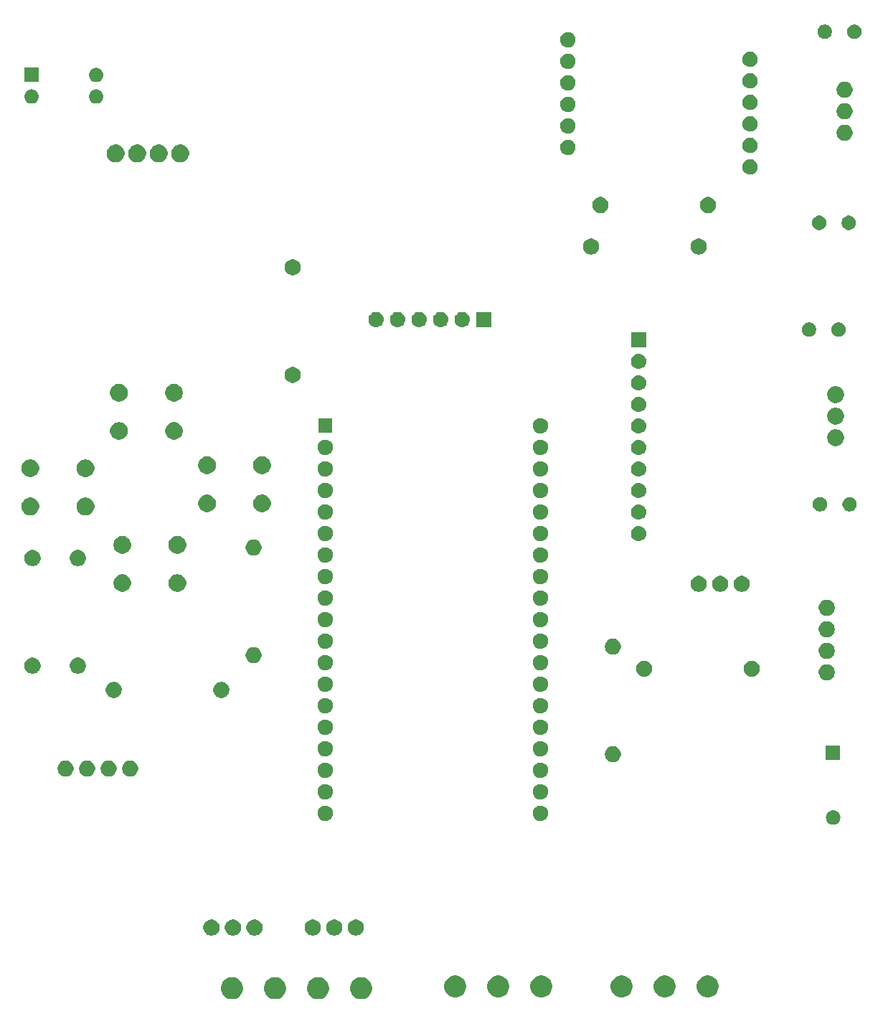
<source format=gbr>
G04 #@! TF.GenerationSoftware,KiCad,Pcbnew,(5.1.4)-1*
G04 #@! TF.CreationDate,2021-01-15T10:18:39-05:00*
G04 #@! TF.ProjectId,DATALITE,44415441-4c49-4544-952e-6b696361645f,rev?*
G04 #@! TF.SameCoordinates,Original*
G04 #@! TF.FileFunction,Soldermask,Bot*
G04 #@! TF.FilePolarity,Negative*
%FSLAX46Y46*%
G04 Gerber Fmt 4.6, Leading zero omitted, Abs format (unit mm)*
G04 Created by KiCad (PCBNEW (5.1.4)-1) date 2021-01-15 10:18:39*
%MOMM*%
%LPD*%
G04 APERTURE LIST*
%ADD10C,0.100000*%
G04 APERTURE END LIST*
D10*
G36*
X45469487Y12501004D02*
G01*
X45706253Y12402932D01*
X45706255Y12402931D01*
X45891224Y12279339D01*
X45919339Y12260553D01*
X46100553Y12079339D01*
X46242932Y11866253D01*
X46341004Y11629487D01*
X46391000Y11378139D01*
X46391000Y11121861D01*
X46341004Y10870513D01*
X46325774Y10833745D01*
X46242931Y10633745D01*
X46100553Y10420661D01*
X45919339Y10239447D01*
X45706255Y10097069D01*
X45706254Y10097068D01*
X45706253Y10097068D01*
X45469487Y9998996D01*
X45218139Y9949000D01*
X44961861Y9949000D01*
X44710513Y9998996D01*
X44473747Y10097068D01*
X44473746Y10097068D01*
X44473745Y10097069D01*
X44260661Y10239447D01*
X44079447Y10420661D01*
X43937069Y10633745D01*
X43854226Y10833745D01*
X43838996Y10870513D01*
X43789000Y11121861D01*
X43789000Y11378139D01*
X43838996Y11629487D01*
X43937068Y11866253D01*
X44079447Y12079339D01*
X44260661Y12260553D01*
X44288776Y12279339D01*
X44473745Y12402931D01*
X44473747Y12402932D01*
X44710513Y12501004D01*
X44961861Y12551000D01*
X45218139Y12551000D01*
X45469487Y12501004D01*
X45469487Y12501004D01*
G37*
G36*
X40389487Y12501004D02*
G01*
X40626253Y12402932D01*
X40626255Y12402931D01*
X40811224Y12279339D01*
X40839339Y12260553D01*
X41020553Y12079339D01*
X41162932Y11866253D01*
X41261004Y11629487D01*
X41311000Y11378139D01*
X41311000Y11121861D01*
X41261004Y10870513D01*
X41245774Y10833745D01*
X41162931Y10633745D01*
X41020553Y10420661D01*
X40839339Y10239447D01*
X40626255Y10097069D01*
X40626254Y10097068D01*
X40626253Y10097068D01*
X40389487Y9998996D01*
X40138139Y9949000D01*
X39881861Y9949000D01*
X39630513Y9998996D01*
X39393747Y10097068D01*
X39393746Y10097068D01*
X39393745Y10097069D01*
X39180661Y10239447D01*
X38999447Y10420661D01*
X38857069Y10633745D01*
X38774226Y10833745D01*
X38758996Y10870513D01*
X38709000Y11121861D01*
X38709000Y11378139D01*
X38758996Y11629487D01*
X38857068Y11866253D01*
X38999447Y12079339D01*
X39180661Y12260553D01*
X39208776Y12279339D01*
X39393745Y12402931D01*
X39393747Y12402932D01*
X39630513Y12501004D01*
X39881861Y12551000D01*
X40138139Y12551000D01*
X40389487Y12501004D01*
X40389487Y12501004D01*
G37*
G36*
X35309487Y12501004D02*
G01*
X35546253Y12402932D01*
X35546255Y12402931D01*
X35731224Y12279339D01*
X35759339Y12260553D01*
X35940553Y12079339D01*
X36082932Y11866253D01*
X36181004Y11629487D01*
X36231000Y11378139D01*
X36231000Y11121861D01*
X36181004Y10870513D01*
X36165774Y10833745D01*
X36082931Y10633745D01*
X35940553Y10420661D01*
X35759339Y10239447D01*
X35546255Y10097069D01*
X35546254Y10097068D01*
X35546253Y10097068D01*
X35309487Y9998996D01*
X35058139Y9949000D01*
X34801861Y9949000D01*
X34550513Y9998996D01*
X34313747Y10097068D01*
X34313746Y10097068D01*
X34313745Y10097069D01*
X34100661Y10239447D01*
X33919447Y10420661D01*
X33777069Y10633745D01*
X33694226Y10833745D01*
X33678996Y10870513D01*
X33629000Y11121861D01*
X33629000Y11378139D01*
X33678996Y11629487D01*
X33777068Y11866253D01*
X33919447Y12079339D01*
X34100661Y12260553D01*
X34128776Y12279339D01*
X34313745Y12402931D01*
X34313747Y12402932D01*
X34550513Y12501004D01*
X34801861Y12551000D01*
X35058139Y12551000D01*
X35309487Y12501004D01*
X35309487Y12501004D01*
G37*
G36*
X30229487Y12501004D02*
G01*
X30466253Y12402932D01*
X30466255Y12402931D01*
X30651224Y12279339D01*
X30679339Y12260553D01*
X30860553Y12079339D01*
X31002932Y11866253D01*
X31101004Y11629487D01*
X31151000Y11378139D01*
X31151000Y11121861D01*
X31101004Y10870513D01*
X31085774Y10833745D01*
X31002931Y10633745D01*
X30860553Y10420661D01*
X30679339Y10239447D01*
X30466255Y10097069D01*
X30466254Y10097068D01*
X30466253Y10097068D01*
X30229487Y9998996D01*
X29978139Y9949000D01*
X29721861Y9949000D01*
X29470513Y9998996D01*
X29233747Y10097068D01*
X29233746Y10097068D01*
X29233745Y10097069D01*
X29020661Y10239447D01*
X28839447Y10420661D01*
X28697069Y10633745D01*
X28614226Y10833745D01*
X28598996Y10870513D01*
X28549000Y11121861D01*
X28549000Y11378139D01*
X28598996Y11629487D01*
X28697068Y11866253D01*
X28839447Y12079339D01*
X29020661Y12260553D01*
X29048776Y12279339D01*
X29233745Y12402931D01*
X29233747Y12402932D01*
X29470513Y12501004D01*
X29721861Y12551000D01*
X29978139Y12551000D01*
X30229487Y12501004D01*
X30229487Y12501004D01*
G37*
G36*
X76219487Y12701004D02*
G01*
X76456253Y12602932D01*
X76456255Y12602931D01*
X76669339Y12460553D01*
X76850553Y12279339D01*
X76984189Y12079339D01*
X76992932Y12066253D01*
X77091004Y11829487D01*
X77141000Y11578139D01*
X77141000Y11321861D01*
X77091004Y11070513D01*
X76992932Y10833747D01*
X76992931Y10833745D01*
X76850553Y10620661D01*
X76669339Y10439447D01*
X76456255Y10297069D01*
X76456254Y10297068D01*
X76456253Y10297068D01*
X76219487Y10198996D01*
X75968139Y10149000D01*
X75711861Y10149000D01*
X75460513Y10198996D01*
X75223747Y10297068D01*
X75223746Y10297068D01*
X75223745Y10297069D01*
X75010661Y10439447D01*
X74829447Y10620661D01*
X74687069Y10833745D01*
X74687068Y10833747D01*
X74588996Y11070513D01*
X74539000Y11321861D01*
X74539000Y11578139D01*
X74588996Y11829487D01*
X74687068Y12066253D01*
X74695812Y12079339D01*
X74829447Y12279339D01*
X75010661Y12460553D01*
X75223745Y12602931D01*
X75223747Y12602932D01*
X75460513Y12701004D01*
X75711861Y12751000D01*
X75968139Y12751000D01*
X76219487Y12701004D01*
X76219487Y12701004D01*
G37*
G36*
X81299487Y12701004D02*
G01*
X81536253Y12602932D01*
X81536255Y12602931D01*
X81749339Y12460553D01*
X81930553Y12279339D01*
X82064189Y12079339D01*
X82072932Y12066253D01*
X82171004Y11829487D01*
X82221000Y11578139D01*
X82221000Y11321861D01*
X82171004Y11070513D01*
X82072932Y10833747D01*
X82072931Y10833745D01*
X81930553Y10620661D01*
X81749339Y10439447D01*
X81536255Y10297069D01*
X81536254Y10297068D01*
X81536253Y10297068D01*
X81299487Y10198996D01*
X81048139Y10149000D01*
X80791861Y10149000D01*
X80540513Y10198996D01*
X80303747Y10297068D01*
X80303746Y10297068D01*
X80303745Y10297069D01*
X80090661Y10439447D01*
X79909447Y10620661D01*
X79767069Y10833745D01*
X79767068Y10833747D01*
X79668996Y11070513D01*
X79619000Y11321861D01*
X79619000Y11578139D01*
X79668996Y11829487D01*
X79767068Y12066253D01*
X79775812Y12079339D01*
X79909447Y12279339D01*
X80090661Y12460553D01*
X80303745Y12602931D01*
X80303747Y12602932D01*
X80540513Y12701004D01*
X80791861Y12751000D01*
X81048139Y12751000D01*
X81299487Y12701004D01*
X81299487Y12701004D01*
G37*
G36*
X86379487Y12701004D02*
G01*
X86616253Y12602932D01*
X86616255Y12602931D01*
X86829339Y12460553D01*
X87010553Y12279339D01*
X87144189Y12079339D01*
X87152932Y12066253D01*
X87251004Y11829487D01*
X87301000Y11578139D01*
X87301000Y11321861D01*
X87251004Y11070513D01*
X87152932Y10833747D01*
X87152931Y10833745D01*
X87010553Y10620661D01*
X86829339Y10439447D01*
X86616255Y10297069D01*
X86616254Y10297068D01*
X86616253Y10297068D01*
X86379487Y10198996D01*
X86128139Y10149000D01*
X85871861Y10149000D01*
X85620513Y10198996D01*
X85383747Y10297068D01*
X85383746Y10297068D01*
X85383745Y10297069D01*
X85170661Y10439447D01*
X84989447Y10620661D01*
X84847069Y10833745D01*
X84847068Y10833747D01*
X84748996Y11070513D01*
X84699000Y11321861D01*
X84699000Y11578139D01*
X84748996Y11829487D01*
X84847068Y12066253D01*
X84855812Y12079339D01*
X84989447Y12279339D01*
X85170661Y12460553D01*
X85383745Y12602931D01*
X85383747Y12602932D01*
X85620513Y12701004D01*
X85871861Y12751000D01*
X86128139Y12751000D01*
X86379487Y12701004D01*
X86379487Y12701004D01*
G37*
G36*
X61659487Y12701004D02*
G01*
X61896253Y12602932D01*
X61896255Y12602931D01*
X62109339Y12460553D01*
X62290553Y12279339D01*
X62424189Y12079339D01*
X62432932Y12066253D01*
X62531004Y11829487D01*
X62581000Y11578139D01*
X62581000Y11321861D01*
X62531004Y11070513D01*
X62432932Y10833747D01*
X62432931Y10833745D01*
X62290553Y10620661D01*
X62109339Y10439447D01*
X61896255Y10297069D01*
X61896254Y10297068D01*
X61896253Y10297068D01*
X61659487Y10198996D01*
X61408139Y10149000D01*
X61151861Y10149000D01*
X60900513Y10198996D01*
X60663747Y10297068D01*
X60663746Y10297068D01*
X60663745Y10297069D01*
X60450661Y10439447D01*
X60269447Y10620661D01*
X60127069Y10833745D01*
X60127068Y10833747D01*
X60028996Y11070513D01*
X59979000Y11321861D01*
X59979000Y11578139D01*
X60028996Y11829487D01*
X60127068Y12066253D01*
X60135812Y12079339D01*
X60269447Y12279339D01*
X60450661Y12460553D01*
X60663745Y12602931D01*
X60663747Y12602932D01*
X60900513Y12701004D01*
X61151861Y12751000D01*
X61408139Y12751000D01*
X61659487Y12701004D01*
X61659487Y12701004D01*
G37*
G36*
X56579487Y12701004D02*
G01*
X56816253Y12602932D01*
X56816255Y12602931D01*
X57029339Y12460553D01*
X57210553Y12279339D01*
X57344189Y12079339D01*
X57352932Y12066253D01*
X57451004Y11829487D01*
X57501000Y11578139D01*
X57501000Y11321861D01*
X57451004Y11070513D01*
X57352932Y10833747D01*
X57352931Y10833745D01*
X57210553Y10620661D01*
X57029339Y10439447D01*
X56816255Y10297069D01*
X56816254Y10297068D01*
X56816253Y10297068D01*
X56579487Y10198996D01*
X56328139Y10149000D01*
X56071861Y10149000D01*
X55820513Y10198996D01*
X55583747Y10297068D01*
X55583746Y10297068D01*
X55583745Y10297069D01*
X55370661Y10439447D01*
X55189447Y10620661D01*
X55047069Y10833745D01*
X55047068Y10833747D01*
X54948996Y11070513D01*
X54899000Y11321861D01*
X54899000Y11578139D01*
X54948996Y11829487D01*
X55047068Y12066253D01*
X55055812Y12079339D01*
X55189447Y12279339D01*
X55370661Y12460553D01*
X55583745Y12602931D01*
X55583747Y12602932D01*
X55820513Y12701004D01*
X56071861Y12751000D01*
X56328139Y12751000D01*
X56579487Y12701004D01*
X56579487Y12701004D01*
G37*
G36*
X66739487Y12701004D02*
G01*
X66976253Y12602932D01*
X66976255Y12602931D01*
X67189339Y12460553D01*
X67370553Y12279339D01*
X67504189Y12079339D01*
X67512932Y12066253D01*
X67611004Y11829487D01*
X67661000Y11578139D01*
X67661000Y11321861D01*
X67611004Y11070513D01*
X67512932Y10833747D01*
X67512931Y10833745D01*
X67370553Y10620661D01*
X67189339Y10439447D01*
X66976255Y10297069D01*
X66976254Y10297068D01*
X66976253Y10297068D01*
X66739487Y10198996D01*
X66488139Y10149000D01*
X66231861Y10149000D01*
X65980513Y10198996D01*
X65743747Y10297068D01*
X65743746Y10297068D01*
X65743745Y10297069D01*
X65530661Y10439447D01*
X65349447Y10620661D01*
X65207069Y10833745D01*
X65207068Y10833747D01*
X65108996Y11070513D01*
X65059000Y11321861D01*
X65059000Y11578139D01*
X65108996Y11829487D01*
X65207068Y12066253D01*
X65215812Y12079339D01*
X65349447Y12279339D01*
X65530661Y12460553D01*
X65743745Y12602931D01*
X65743747Y12602932D01*
X65980513Y12701004D01*
X66231861Y12751000D01*
X66488139Y12751000D01*
X66739487Y12701004D01*
X66739487Y12701004D01*
G37*
G36*
X30237395Y19314454D02*
G01*
X30410466Y19242766D01*
X30410467Y19242765D01*
X30566227Y19138690D01*
X30698690Y19006227D01*
X30698691Y19006225D01*
X30802766Y18850466D01*
X30874454Y18677395D01*
X30911000Y18493667D01*
X30911000Y18306333D01*
X30874454Y18122605D01*
X30802766Y17949534D01*
X30802765Y17949533D01*
X30698690Y17793773D01*
X30566227Y17661310D01*
X30487818Y17608919D01*
X30410466Y17557234D01*
X30237395Y17485546D01*
X30053667Y17449000D01*
X29866333Y17449000D01*
X29682605Y17485546D01*
X29509534Y17557234D01*
X29432182Y17608919D01*
X29353773Y17661310D01*
X29221310Y17793773D01*
X29117235Y17949533D01*
X29117234Y17949534D01*
X29045546Y18122605D01*
X29009000Y18306333D01*
X29009000Y18493667D01*
X29045546Y18677395D01*
X29117234Y18850466D01*
X29221309Y19006225D01*
X29221310Y19006227D01*
X29353773Y19138690D01*
X29509533Y19242765D01*
X29509534Y19242766D01*
X29682605Y19314454D01*
X29866333Y19351000D01*
X30053667Y19351000D01*
X30237395Y19314454D01*
X30237395Y19314454D01*
G37*
G36*
X27697395Y19314454D02*
G01*
X27870466Y19242766D01*
X27870467Y19242765D01*
X28026227Y19138690D01*
X28158690Y19006227D01*
X28158691Y19006225D01*
X28262766Y18850466D01*
X28334454Y18677395D01*
X28371000Y18493667D01*
X28371000Y18306333D01*
X28334454Y18122605D01*
X28262766Y17949534D01*
X28262765Y17949533D01*
X28158690Y17793773D01*
X28026227Y17661310D01*
X27947818Y17608919D01*
X27870466Y17557234D01*
X27697395Y17485546D01*
X27513667Y17449000D01*
X27326333Y17449000D01*
X27142605Y17485546D01*
X26969534Y17557234D01*
X26892182Y17608919D01*
X26813773Y17661310D01*
X26681310Y17793773D01*
X26577235Y17949533D01*
X26577234Y17949534D01*
X26505546Y18122605D01*
X26469000Y18306333D01*
X26469000Y18493667D01*
X26505546Y18677395D01*
X26577234Y18850466D01*
X26681309Y19006225D01*
X26681310Y19006227D01*
X26813773Y19138690D01*
X26969533Y19242765D01*
X26969534Y19242766D01*
X27142605Y19314454D01*
X27326333Y19351000D01*
X27513667Y19351000D01*
X27697395Y19314454D01*
X27697395Y19314454D01*
G37*
G36*
X32777395Y19314454D02*
G01*
X32950466Y19242766D01*
X32950467Y19242765D01*
X33106227Y19138690D01*
X33238690Y19006227D01*
X33238691Y19006225D01*
X33342766Y18850466D01*
X33414454Y18677395D01*
X33451000Y18493667D01*
X33451000Y18306333D01*
X33414454Y18122605D01*
X33342766Y17949534D01*
X33342765Y17949533D01*
X33238690Y17793773D01*
X33106227Y17661310D01*
X33027818Y17608919D01*
X32950466Y17557234D01*
X32777395Y17485546D01*
X32593667Y17449000D01*
X32406333Y17449000D01*
X32222605Y17485546D01*
X32049534Y17557234D01*
X31972182Y17608919D01*
X31893773Y17661310D01*
X31761310Y17793773D01*
X31657235Y17949533D01*
X31657234Y17949534D01*
X31585546Y18122605D01*
X31549000Y18306333D01*
X31549000Y18493667D01*
X31585546Y18677395D01*
X31657234Y18850466D01*
X31761309Y19006225D01*
X31761310Y19006227D01*
X31893773Y19138690D01*
X32049533Y19242765D01*
X32049534Y19242766D01*
X32222605Y19314454D01*
X32406333Y19351000D01*
X32593667Y19351000D01*
X32777395Y19314454D01*
X32777395Y19314454D01*
G37*
G36*
X39647395Y19314454D02*
G01*
X39820466Y19242766D01*
X39820467Y19242765D01*
X39976227Y19138690D01*
X40108690Y19006227D01*
X40108691Y19006225D01*
X40212766Y18850466D01*
X40284454Y18677395D01*
X40321000Y18493667D01*
X40321000Y18306333D01*
X40284454Y18122605D01*
X40212766Y17949534D01*
X40212765Y17949533D01*
X40108690Y17793773D01*
X39976227Y17661310D01*
X39897818Y17608919D01*
X39820466Y17557234D01*
X39647395Y17485546D01*
X39463667Y17449000D01*
X39276333Y17449000D01*
X39092605Y17485546D01*
X38919534Y17557234D01*
X38842182Y17608919D01*
X38763773Y17661310D01*
X38631310Y17793773D01*
X38527235Y17949533D01*
X38527234Y17949534D01*
X38455546Y18122605D01*
X38419000Y18306333D01*
X38419000Y18493667D01*
X38455546Y18677395D01*
X38527234Y18850466D01*
X38631309Y19006225D01*
X38631310Y19006227D01*
X38763773Y19138690D01*
X38919533Y19242765D01*
X38919534Y19242766D01*
X39092605Y19314454D01*
X39276333Y19351000D01*
X39463667Y19351000D01*
X39647395Y19314454D01*
X39647395Y19314454D01*
G37*
G36*
X42187395Y19314454D02*
G01*
X42360466Y19242766D01*
X42360467Y19242765D01*
X42516227Y19138690D01*
X42648690Y19006227D01*
X42648691Y19006225D01*
X42752766Y18850466D01*
X42824454Y18677395D01*
X42861000Y18493667D01*
X42861000Y18306333D01*
X42824454Y18122605D01*
X42752766Y17949534D01*
X42752765Y17949533D01*
X42648690Y17793773D01*
X42516227Y17661310D01*
X42437818Y17608919D01*
X42360466Y17557234D01*
X42187395Y17485546D01*
X42003667Y17449000D01*
X41816333Y17449000D01*
X41632605Y17485546D01*
X41459534Y17557234D01*
X41382182Y17608919D01*
X41303773Y17661310D01*
X41171310Y17793773D01*
X41067235Y17949533D01*
X41067234Y17949534D01*
X40995546Y18122605D01*
X40959000Y18306333D01*
X40959000Y18493667D01*
X40995546Y18677395D01*
X41067234Y18850466D01*
X41171309Y19006225D01*
X41171310Y19006227D01*
X41303773Y19138690D01*
X41459533Y19242765D01*
X41459534Y19242766D01*
X41632605Y19314454D01*
X41816333Y19351000D01*
X42003667Y19351000D01*
X42187395Y19314454D01*
X42187395Y19314454D01*
G37*
G36*
X44727395Y19314454D02*
G01*
X44900466Y19242766D01*
X44900467Y19242765D01*
X45056227Y19138690D01*
X45188690Y19006227D01*
X45188691Y19006225D01*
X45292766Y18850466D01*
X45364454Y18677395D01*
X45401000Y18493667D01*
X45401000Y18306333D01*
X45364454Y18122605D01*
X45292766Y17949534D01*
X45292765Y17949533D01*
X45188690Y17793773D01*
X45056227Y17661310D01*
X44977818Y17608919D01*
X44900466Y17557234D01*
X44727395Y17485546D01*
X44543667Y17449000D01*
X44356333Y17449000D01*
X44172605Y17485546D01*
X43999534Y17557234D01*
X43922182Y17608919D01*
X43843773Y17661310D01*
X43711310Y17793773D01*
X43607235Y17949533D01*
X43607234Y17949534D01*
X43535546Y18122605D01*
X43499000Y18306333D01*
X43499000Y18493667D01*
X43535546Y18677395D01*
X43607234Y18850466D01*
X43711309Y19006225D01*
X43711310Y19006227D01*
X43843773Y19138690D01*
X43999533Y19242765D01*
X43999534Y19242766D01*
X44172605Y19314454D01*
X44356333Y19351000D01*
X44543667Y19351000D01*
X44727395Y19314454D01*
X44727395Y19314454D01*
G37*
G36*
X100966823Y32218687D02*
G01*
X101127242Y32170024D01*
X101259906Y32099114D01*
X101275078Y32091004D01*
X101404659Y31984659D01*
X101511004Y31855078D01*
X101511005Y31855076D01*
X101590024Y31707242D01*
X101638687Y31546823D01*
X101655117Y31380000D01*
X101638687Y31213177D01*
X101590024Y31052758D01*
X101519114Y30920094D01*
X101511004Y30904922D01*
X101404659Y30775341D01*
X101275078Y30668996D01*
X101275076Y30668995D01*
X101127242Y30589976D01*
X100966823Y30541313D01*
X100841804Y30529000D01*
X100758196Y30529000D01*
X100633177Y30541313D01*
X100472758Y30589976D01*
X100324924Y30668995D01*
X100324922Y30668996D01*
X100195341Y30775341D01*
X100088996Y30904922D01*
X100080886Y30920094D01*
X100009976Y31052758D01*
X99961313Y31213177D01*
X99944883Y31380000D01*
X99961313Y31546823D01*
X100009976Y31707242D01*
X100088995Y31855076D01*
X100088996Y31855078D01*
X100195341Y31984659D01*
X100324922Y32091004D01*
X100340094Y32099114D01*
X100472758Y32170024D01*
X100633177Y32218687D01*
X100758196Y32231000D01*
X100841804Y32231000D01*
X100966823Y32218687D01*
X100966823Y32218687D01*
G37*
G36*
X66363512Y32786073D02*
G01*
X66512812Y32756376D01*
X66676784Y32688456D01*
X66824354Y32589853D01*
X66949853Y32464354D01*
X67048456Y32316784D01*
X67116376Y32152812D01*
X67151000Y31978741D01*
X67151000Y31801259D01*
X67116376Y31627188D01*
X67048456Y31463216D01*
X66949853Y31315646D01*
X66824354Y31190147D01*
X66676784Y31091544D01*
X66512812Y31023624D01*
X66363512Y30993927D01*
X66338742Y30989000D01*
X66161258Y30989000D01*
X66136488Y30993927D01*
X65987188Y31023624D01*
X65823216Y31091544D01*
X65675646Y31190147D01*
X65550147Y31315646D01*
X65451544Y31463216D01*
X65383624Y31627188D01*
X65349000Y31801259D01*
X65349000Y31978741D01*
X65383624Y32152812D01*
X65451544Y32316784D01*
X65550147Y32464354D01*
X65675646Y32589853D01*
X65823216Y32688456D01*
X65987188Y32756376D01*
X66136488Y32786073D01*
X66161258Y32791000D01*
X66338742Y32791000D01*
X66363512Y32786073D01*
X66363512Y32786073D01*
G37*
G36*
X40963512Y32786073D02*
G01*
X41112812Y32756376D01*
X41276784Y32688456D01*
X41424354Y32589853D01*
X41549853Y32464354D01*
X41648456Y32316784D01*
X41716376Y32152812D01*
X41751000Y31978741D01*
X41751000Y31801259D01*
X41716376Y31627188D01*
X41648456Y31463216D01*
X41549853Y31315646D01*
X41424354Y31190147D01*
X41276784Y31091544D01*
X41112812Y31023624D01*
X40963512Y30993927D01*
X40938742Y30989000D01*
X40761258Y30989000D01*
X40736488Y30993927D01*
X40587188Y31023624D01*
X40423216Y31091544D01*
X40275646Y31190147D01*
X40150147Y31315646D01*
X40051544Y31463216D01*
X39983624Y31627188D01*
X39949000Y31801259D01*
X39949000Y31978741D01*
X39983624Y32152812D01*
X40051544Y32316784D01*
X40150147Y32464354D01*
X40275646Y32589853D01*
X40423216Y32688456D01*
X40587188Y32756376D01*
X40736488Y32786073D01*
X40761258Y32791000D01*
X40938742Y32791000D01*
X40963512Y32786073D01*
X40963512Y32786073D01*
G37*
G36*
X40963512Y35326073D02*
G01*
X41112812Y35296376D01*
X41276784Y35228456D01*
X41424354Y35129853D01*
X41549853Y35004354D01*
X41648456Y34856784D01*
X41716376Y34692812D01*
X41751000Y34518741D01*
X41751000Y34341259D01*
X41716376Y34167188D01*
X41648456Y34003216D01*
X41549853Y33855646D01*
X41424354Y33730147D01*
X41276784Y33631544D01*
X41112812Y33563624D01*
X40963512Y33533927D01*
X40938742Y33529000D01*
X40761258Y33529000D01*
X40736488Y33533927D01*
X40587188Y33563624D01*
X40423216Y33631544D01*
X40275646Y33730147D01*
X40150147Y33855646D01*
X40051544Y34003216D01*
X39983624Y34167188D01*
X39949000Y34341259D01*
X39949000Y34518741D01*
X39983624Y34692812D01*
X40051544Y34856784D01*
X40150147Y35004354D01*
X40275646Y35129853D01*
X40423216Y35228456D01*
X40587188Y35296376D01*
X40736488Y35326073D01*
X40761258Y35331000D01*
X40938742Y35331000D01*
X40963512Y35326073D01*
X40963512Y35326073D01*
G37*
G36*
X66363512Y35326073D02*
G01*
X66512812Y35296376D01*
X66676784Y35228456D01*
X66824354Y35129853D01*
X66949853Y35004354D01*
X67048456Y34856784D01*
X67116376Y34692812D01*
X67151000Y34518741D01*
X67151000Y34341259D01*
X67116376Y34167188D01*
X67048456Y34003216D01*
X66949853Y33855646D01*
X66824354Y33730147D01*
X66676784Y33631544D01*
X66512812Y33563624D01*
X66363512Y33533927D01*
X66338742Y33529000D01*
X66161258Y33529000D01*
X66136488Y33533927D01*
X65987188Y33563624D01*
X65823216Y33631544D01*
X65675646Y33730147D01*
X65550147Y33855646D01*
X65451544Y34003216D01*
X65383624Y34167188D01*
X65349000Y34341259D01*
X65349000Y34518741D01*
X65383624Y34692812D01*
X65451544Y34856784D01*
X65550147Y35004354D01*
X65675646Y35129853D01*
X65823216Y35228456D01*
X65987188Y35296376D01*
X66136488Y35326073D01*
X66161258Y35331000D01*
X66338742Y35331000D01*
X66363512Y35326073D01*
X66363512Y35326073D01*
G37*
G36*
X40963512Y37866073D02*
G01*
X41112812Y37836376D01*
X41276784Y37768456D01*
X41424354Y37669853D01*
X41549853Y37544354D01*
X41648456Y37396784D01*
X41716376Y37232812D01*
X41746073Y37083512D01*
X41751000Y37058742D01*
X41751000Y36881258D01*
X41746073Y36856488D01*
X41716376Y36707188D01*
X41648456Y36543216D01*
X41549853Y36395646D01*
X41424354Y36270147D01*
X41276784Y36171544D01*
X41112812Y36103624D01*
X40963512Y36073927D01*
X40938742Y36069000D01*
X40761258Y36069000D01*
X40736488Y36073927D01*
X40587188Y36103624D01*
X40423216Y36171544D01*
X40275646Y36270147D01*
X40150147Y36395646D01*
X40051544Y36543216D01*
X39983624Y36707188D01*
X39953927Y36856488D01*
X39949000Y36881258D01*
X39949000Y37058742D01*
X39953927Y37083512D01*
X39983624Y37232812D01*
X40051544Y37396784D01*
X40150147Y37544354D01*
X40275646Y37669853D01*
X40423216Y37768456D01*
X40587188Y37836376D01*
X40736488Y37866073D01*
X40761258Y37871000D01*
X40938742Y37871000D01*
X40963512Y37866073D01*
X40963512Y37866073D01*
G37*
G36*
X66363512Y37866073D02*
G01*
X66512812Y37836376D01*
X66676784Y37768456D01*
X66824354Y37669853D01*
X66949853Y37544354D01*
X67048456Y37396784D01*
X67116376Y37232812D01*
X67146073Y37083512D01*
X67151000Y37058742D01*
X67151000Y36881258D01*
X67146073Y36856488D01*
X67116376Y36707188D01*
X67048456Y36543216D01*
X66949853Y36395646D01*
X66824354Y36270147D01*
X66676784Y36171544D01*
X66512812Y36103624D01*
X66363512Y36073927D01*
X66338742Y36069000D01*
X66161258Y36069000D01*
X66136488Y36073927D01*
X65987188Y36103624D01*
X65823216Y36171544D01*
X65675646Y36270147D01*
X65550147Y36395646D01*
X65451544Y36543216D01*
X65383624Y36707188D01*
X65353927Y36856488D01*
X65349000Y36881258D01*
X65349000Y37058742D01*
X65353927Y37083512D01*
X65383624Y37232812D01*
X65451544Y37396784D01*
X65550147Y37544354D01*
X65675646Y37669853D01*
X65823216Y37768456D01*
X65987188Y37836376D01*
X66136488Y37866073D01*
X66161258Y37871000D01*
X66338742Y37871000D01*
X66363512Y37866073D01*
X66363512Y37866073D01*
G37*
G36*
X18097395Y38064454D02*
G01*
X18270466Y37992766D01*
X18270467Y37992765D01*
X18426227Y37888690D01*
X18558690Y37756227D01*
X18558691Y37756225D01*
X18662766Y37600466D01*
X18734454Y37427395D01*
X18771000Y37243667D01*
X18771000Y37056333D01*
X18734454Y36872605D01*
X18662766Y36699534D01*
X18662765Y36699533D01*
X18558690Y36543773D01*
X18426227Y36411310D01*
X18402784Y36395646D01*
X18270466Y36307234D01*
X18097395Y36235546D01*
X17913667Y36199000D01*
X17726333Y36199000D01*
X17542605Y36235546D01*
X17369534Y36307234D01*
X17237216Y36395646D01*
X17213773Y36411310D01*
X17081310Y36543773D01*
X16977235Y36699533D01*
X16977234Y36699534D01*
X16905546Y36872605D01*
X16869000Y37056333D01*
X16869000Y37243667D01*
X16905546Y37427395D01*
X16977234Y37600466D01*
X17081309Y37756225D01*
X17081310Y37756227D01*
X17213773Y37888690D01*
X17369533Y37992765D01*
X17369534Y37992766D01*
X17542605Y38064454D01*
X17726333Y38101000D01*
X17913667Y38101000D01*
X18097395Y38064454D01*
X18097395Y38064454D01*
G37*
G36*
X15557395Y38064454D02*
G01*
X15730466Y37992766D01*
X15730467Y37992765D01*
X15886227Y37888690D01*
X16018690Y37756227D01*
X16018691Y37756225D01*
X16122766Y37600466D01*
X16194454Y37427395D01*
X16231000Y37243667D01*
X16231000Y37056333D01*
X16194454Y36872605D01*
X16122766Y36699534D01*
X16122765Y36699533D01*
X16018690Y36543773D01*
X15886227Y36411310D01*
X15862784Y36395646D01*
X15730466Y36307234D01*
X15557395Y36235546D01*
X15373667Y36199000D01*
X15186333Y36199000D01*
X15002605Y36235546D01*
X14829534Y36307234D01*
X14697216Y36395646D01*
X14673773Y36411310D01*
X14541310Y36543773D01*
X14437235Y36699533D01*
X14437234Y36699534D01*
X14365546Y36872605D01*
X14329000Y37056333D01*
X14329000Y37243667D01*
X14365546Y37427395D01*
X14437234Y37600466D01*
X14541309Y37756225D01*
X14541310Y37756227D01*
X14673773Y37888690D01*
X14829533Y37992765D01*
X14829534Y37992766D01*
X15002605Y38064454D01*
X15186333Y38101000D01*
X15373667Y38101000D01*
X15557395Y38064454D01*
X15557395Y38064454D01*
G37*
G36*
X13017395Y38064454D02*
G01*
X13190466Y37992766D01*
X13190467Y37992765D01*
X13346227Y37888690D01*
X13478690Y37756227D01*
X13478691Y37756225D01*
X13582766Y37600466D01*
X13654454Y37427395D01*
X13691000Y37243667D01*
X13691000Y37056333D01*
X13654454Y36872605D01*
X13582766Y36699534D01*
X13582765Y36699533D01*
X13478690Y36543773D01*
X13346227Y36411310D01*
X13322784Y36395646D01*
X13190466Y36307234D01*
X13017395Y36235546D01*
X12833667Y36199000D01*
X12646333Y36199000D01*
X12462605Y36235546D01*
X12289534Y36307234D01*
X12157216Y36395646D01*
X12133773Y36411310D01*
X12001310Y36543773D01*
X11897235Y36699533D01*
X11897234Y36699534D01*
X11825546Y36872605D01*
X11789000Y37056333D01*
X11789000Y37243667D01*
X11825546Y37427395D01*
X11897234Y37600466D01*
X12001309Y37756225D01*
X12001310Y37756227D01*
X12133773Y37888690D01*
X12289533Y37992765D01*
X12289534Y37992766D01*
X12462605Y38064454D01*
X12646333Y38101000D01*
X12833667Y38101000D01*
X13017395Y38064454D01*
X13017395Y38064454D01*
G37*
G36*
X10477395Y38064454D02*
G01*
X10650466Y37992766D01*
X10650467Y37992765D01*
X10806227Y37888690D01*
X10938690Y37756227D01*
X10938691Y37756225D01*
X11042766Y37600466D01*
X11114454Y37427395D01*
X11151000Y37243667D01*
X11151000Y37056333D01*
X11114454Y36872605D01*
X11042766Y36699534D01*
X11042765Y36699533D01*
X10938690Y36543773D01*
X10806227Y36411310D01*
X10782784Y36395646D01*
X10650466Y36307234D01*
X10477395Y36235546D01*
X10293667Y36199000D01*
X10106333Y36199000D01*
X9922605Y36235546D01*
X9749534Y36307234D01*
X9617216Y36395646D01*
X9593773Y36411310D01*
X9461310Y36543773D01*
X9357235Y36699533D01*
X9357234Y36699534D01*
X9285546Y36872605D01*
X9249000Y37056333D01*
X9249000Y37243667D01*
X9285546Y37427395D01*
X9357234Y37600466D01*
X9461309Y37756225D01*
X9461310Y37756227D01*
X9593773Y37888690D01*
X9749533Y37992765D01*
X9749534Y37992766D01*
X9922605Y38064454D01*
X10106333Y38101000D01*
X10293667Y38101000D01*
X10477395Y38064454D01*
X10477395Y38064454D01*
G37*
G36*
X75077395Y39764454D02*
G01*
X75250466Y39692766D01*
X75250467Y39692765D01*
X75406227Y39588690D01*
X75538690Y39456227D01*
X75538691Y39456225D01*
X75642766Y39300466D01*
X75714454Y39127395D01*
X75751000Y38943667D01*
X75751000Y38756333D01*
X75714454Y38572605D01*
X75642766Y38399534D01*
X75642765Y38399533D01*
X75538690Y38243773D01*
X75406227Y38111310D01*
X75390797Y38101000D01*
X75250466Y38007234D01*
X75077395Y37935546D01*
X74893667Y37899000D01*
X74706333Y37899000D01*
X74522605Y37935546D01*
X74349534Y38007234D01*
X74209203Y38101000D01*
X74193773Y38111310D01*
X74061310Y38243773D01*
X73957235Y38399533D01*
X73957234Y38399534D01*
X73885546Y38572605D01*
X73849000Y38756333D01*
X73849000Y38943667D01*
X73885546Y39127395D01*
X73957234Y39300466D01*
X74061309Y39456225D01*
X74061310Y39456227D01*
X74193773Y39588690D01*
X74349533Y39692765D01*
X74349534Y39692766D01*
X74522605Y39764454D01*
X74706333Y39801000D01*
X74893667Y39801000D01*
X75077395Y39764454D01*
X75077395Y39764454D01*
G37*
G36*
X101651000Y38149000D02*
G01*
X99949000Y38149000D01*
X99949000Y39851000D01*
X101651000Y39851000D01*
X101651000Y38149000D01*
X101651000Y38149000D01*
G37*
G36*
X66363512Y40406073D02*
G01*
X66512812Y40376376D01*
X66676784Y40308456D01*
X66824354Y40209853D01*
X66949853Y40084354D01*
X67048456Y39936784D01*
X67116376Y39772812D01*
X67151000Y39598741D01*
X67151000Y39421259D01*
X67116376Y39247188D01*
X67048456Y39083216D01*
X66949853Y38935646D01*
X66824354Y38810147D01*
X66676784Y38711544D01*
X66512812Y38643624D01*
X66363512Y38613927D01*
X66338742Y38609000D01*
X66161258Y38609000D01*
X66136488Y38613927D01*
X65987188Y38643624D01*
X65823216Y38711544D01*
X65675646Y38810147D01*
X65550147Y38935646D01*
X65451544Y39083216D01*
X65383624Y39247188D01*
X65349000Y39421259D01*
X65349000Y39598741D01*
X65383624Y39772812D01*
X65451544Y39936784D01*
X65550147Y40084354D01*
X65675646Y40209853D01*
X65823216Y40308456D01*
X65987188Y40376376D01*
X66136488Y40406073D01*
X66161258Y40411000D01*
X66338742Y40411000D01*
X66363512Y40406073D01*
X66363512Y40406073D01*
G37*
G36*
X40963512Y40406073D02*
G01*
X41112812Y40376376D01*
X41276784Y40308456D01*
X41424354Y40209853D01*
X41549853Y40084354D01*
X41648456Y39936784D01*
X41716376Y39772812D01*
X41751000Y39598741D01*
X41751000Y39421259D01*
X41716376Y39247188D01*
X41648456Y39083216D01*
X41549853Y38935646D01*
X41424354Y38810147D01*
X41276784Y38711544D01*
X41112812Y38643624D01*
X40963512Y38613927D01*
X40938742Y38609000D01*
X40761258Y38609000D01*
X40736488Y38613927D01*
X40587188Y38643624D01*
X40423216Y38711544D01*
X40275646Y38810147D01*
X40150147Y38935646D01*
X40051544Y39083216D01*
X39983624Y39247188D01*
X39949000Y39421259D01*
X39949000Y39598741D01*
X39983624Y39772812D01*
X40051544Y39936784D01*
X40150147Y40084354D01*
X40275646Y40209853D01*
X40423216Y40308456D01*
X40587188Y40376376D01*
X40736488Y40406073D01*
X40761258Y40411000D01*
X40938742Y40411000D01*
X40963512Y40406073D01*
X40963512Y40406073D01*
G37*
G36*
X66363512Y42946073D02*
G01*
X66512812Y42916376D01*
X66676784Y42848456D01*
X66824354Y42749853D01*
X66949853Y42624354D01*
X67048456Y42476784D01*
X67116376Y42312812D01*
X67151000Y42138741D01*
X67151000Y41961259D01*
X67116376Y41787188D01*
X67048456Y41623216D01*
X66949853Y41475646D01*
X66824354Y41350147D01*
X66676784Y41251544D01*
X66512812Y41183624D01*
X66363512Y41153927D01*
X66338742Y41149000D01*
X66161258Y41149000D01*
X66136488Y41153927D01*
X65987188Y41183624D01*
X65823216Y41251544D01*
X65675646Y41350147D01*
X65550147Y41475646D01*
X65451544Y41623216D01*
X65383624Y41787188D01*
X65349000Y41961259D01*
X65349000Y42138741D01*
X65383624Y42312812D01*
X65451544Y42476784D01*
X65550147Y42624354D01*
X65675646Y42749853D01*
X65823216Y42848456D01*
X65987188Y42916376D01*
X66136488Y42946073D01*
X66161258Y42951000D01*
X66338742Y42951000D01*
X66363512Y42946073D01*
X66363512Y42946073D01*
G37*
G36*
X40963512Y42946073D02*
G01*
X41112812Y42916376D01*
X41276784Y42848456D01*
X41424354Y42749853D01*
X41549853Y42624354D01*
X41648456Y42476784D01*
X41716376Y42312812D01*
X41751000Y42138741D01*
X41751000Y41961259D01*
X41716376Y41787188D01*
X41648456Y41623216D01*
X41549853Y41475646D01*
X41424354Y41350147D01*
X41276784Y41251544D01*
X41112812Y41183624D01*
X40963512Y41153927D01*
X40938742Y41149000D01*
X40761258Y41149000D01*
X40736488Y41153927D01*
X40587188Y41183624D01*
X40423216Y41251544D01*
X40275646Y41350147D01*
X40150147Y41475646D01*
X40051544Y41623216D01*
X39983624Y41787188D01*
X39949000Y41961259D01*
X39949000Y42138741D01*
X39983624Y42312812D01*
X40051544Y42476784D01*
X40150147Y42624354D01*
X40275646Y42749853D01*
X40423216Y42848456D01*
X40587188Y42916376D01*
X40736488Y42946073D01*
X40761258Y42951000D01*
X40938742Y42951000D01*
X40963512Y42946073D01*
X40963512Y42946073D01*
G37*
G36*
X66363512Y45486073D02*
G01*
X66512812Y45456376D01*
X66676784Y45388456D01*
X66824354Y45289853D01*
X66949853Y45164354D01*
X67048456Y45016784D01*
X67116376Y44852812D01*
X67151000Y44678741D01*
X67151000Y44501259D01*
X67116376Y44327188D01*
X67048456Y44163216D01*
X66949853Y44015646D01*
X66824354Y43890147D01*
X66676784Y43791544D01*
X66512812Y43723624D01*
X66363512Y43693927D01*
X66338742Y43689000D01*
X66161258Y43689000D01*
X66136488Y43693927D01*
X65987188Y43723624D01*
X65823216Y43791544D01*
X65675646Y43890147D01*
X65550147Y44015646D01*
X65451544Y44163216D01*
X65383624Y44327188D01*
X65349000Y44501259D01*
X65349000Y44678741D01*
X65383624Y44852812D01*
X65451544Y45016784D01*
X65550147Y45164354D01*
X65675646Y45289853D01*
X65823216Y45388456D01*
X65987188Y45456376D01*
X66136488Y45486073D01*
X66161258Y45491000D01*
X66338742Y45491000D01*
X66363512Y45486073D01*
X66363512Y45486073D01*
G37*
G36*
X40963512Y45486073D02*
G01*
X41112812Y45456376D01*
X41276784Y45388456D01*
X41424354Y45289853D01*
X41549853Y45164354D01*
X41648456Y45016784D01*
X41716376Y44852812D01*
X41751000Y44678741D01*
X41751000Y44501259D01*
X41716376Y44327188D01*
X41648456Y44163216D01*
X41549853Y44015646D01*
X41424354Y43890147D01*
X41276784Y43791544D01*
X41112812Y43723624D01*
X40963512Y43693927D01*
X40938742Y43689000D01*
X40761258Y43689000D01*
X40736488Y43693927D01*
X40587188Y43723624D01*
X40423216Y43791544D01*
X40275646Y43890147D01*
X40150147Y44015646D01*
X40051544Y44163216D01*
X39983624Y44327188D01*
X39949000Y44501259D01*
X39949000Y44678741D01*
X39983624Y44852812D01*
X40051544Y45016784D01*
X40150147Y45164354D01*
X40275646Y45289853D01*
X40423216Y45388456D01*
X40587188Y45456376D01*
X40736488Y45486073D01*
X40761258Y45491000D01*
X40938742Y45491000D01*
X40963512Y45486073D01*
X40963512Y45486073D01*
G37*
G36*
X16177395Y47364454D02*
G01*
X16350466Y47292766D01*
X16350467Y47292765D01*
X16506227Y47188690D01*
X16638690Y47056227D01*
X16638691Y47056225D01*
X16742766Y46900466D01*
X16814454Y46727395D01*
X16851000Y46543667D01*
X16851000Y46356333D01*
X16814454Y46172605D01*
X16742766Y45999534D01*
X16742765Y45999533D01*
X16638690Y45843773D01*
X16506227Y45711310D01*
X16427818Y45658919D01*
X16350466Y45607234D01*
X16177395Y45535546D01*
X15993667Y45499000D01*
X15806333Y45499000D01*
X15622605Y45535546D01*
X15449534Y45607234D01*
X15372182Y45658919D01*
X15293773Y45711310D01*
X15161310Y45843773D01*
X15057235Y45999533D01*
X15057234Y45999534D01*
X14985546Y46172605D01*
X14949000Y46356333D01*
X14949000Y46543667D01*
X14985546Y46727395D01*
X15057234Y46900466D01*
X15161309Y47056225D01*
X15161310Y47056227D01*
X15293773Y47188690D01*
X15449533Y47292765D01*
X15449534Y47292766D01*
X15622605Y47364454D01*
X15806333Y47401000D01*
X15993667Y47401000D01*
X16177395Y47364454D01*
X16177395Y47364454D01*
G37*
G36*
X28877395Y47364454D02*
G01*
X29050466Y47292766D01*
X29050467Y47292765D01*
X29206227Y47188690D01*
X29338690Y47056227D01*
X29338691Y47056225D01*
X29442766Y46900466D01*
X29514454Y46727395D01*
X29551000Y46543667D01*
X29551000Y46356333D01*
X29514454Y46172605D01*
X29442766Y45999534D01*
X29442765Y45999533D01*
X29338690Y45843773D01*
X29206227Y45711310D01*
X29127818Y45658919D01*
X29050466Y45607234D01*
X28877395Y45535546D01*
X28693667Y45499000D01*
X28506333Y45499000D01*
X28322605Y45535546D01*
X28149534Y45607234D01*
X28072182Y45658919D01*
X27993773Y45711310D01*
X27861310Y45843773D01*
X27757235Y45999533D01*
X27757234Y45999534D01*
X27685546Y46172605D01*
X27649000Y46356333D01*
X27649000Y46543667D01*
X27685546Y46727395D01*
X27757234Y46900466D01*
X27861309Y47056225D01*
X27861310Y47056227D01*
X27993773Y47188690D01*
X28149533Y47292765D01*
X28149534Y47292766D01*
X28322605Y47364454D01*
X28506333Y47401000D01*
X28693667Y47401000D01*
X28877395Y47364454D01*
X28877395Y47364454D01*
G37*
G36*
X66363512Y48026073D02*
G01*
X66512812Y47996376D01*
X66676784Y47928456D01*
X66824354Y47829853D01*
X66949853Y47704354D01*
X67048456Y47556784D01*
X67116376Y47392812D01*
X67151000Y47218741D01*
X67151000Y47041259D01*
X67116376Y46867188D01*
X67048456Y46703216D01*
X66949853Y46555646D01*
X66824354Y46430147D01*
X66676784Y46331544D01*
X66512812Y46263624D01*
X66363512Y46233927D01*
X66338742Y46229000D01*
X66161258Y46229000D01*
X66136488Y46233927D01*
X65987188Y46263624D01*
X65823216Y46331544D01*
X65675646Y46430147D01*
X65550147Y46555646D01*
X65451544Y46703216D01*
X65383624Y46867188D01*
X65349000Y47041259D01*
X65349000Y47218741D01*
X65383624Y47392812D01*
X65451544Y47556784D01*
X65550147Y47704354D01*
X65675646Y47829853D01*
X65823216Y47928456D01*
X65987188Y47996376D01*
X66136488Y48026073D01*
X66161258Y48031000D01*
X66338742Y48031000D01*
X66363512Y48026073D01*
X66363512Y48026073D01*
G37*
G36*
X40963512Y48026073D02*
G01*
X41112812Y47996376D01*
X41276784Y47928456D01*
X41424354Y47829853D01*
X41549853Y47704354D01*
X41648456Y47556784D01*
X41716376Y47392812D01*
X41751000Y47218741D01*
X41751000Y47041259D01*
X41716376Y46867188D01*
X41648456Y46703216D01*
X41549853Y46555646D01*
X41424354Y46430147D01*
X41276784Y46331544D01*
X41112812Y46263624D01*
X40963512Y46233927D01*
X40938742Y46229000D01*
X40761258Y46229000D01*
X40736488Y46233927D01*
X40587188Y46263624D01*
X40423216Y46331544D01*
X40275646Y46430147D01*
X40150147Y46555646D01*
X40051544Y46703216D01*
X39983624Y46867188D01*
X39949000Y47041259D01*
X39949000Y47218741D01*
X39983624Y47392812D01*
X40051544Y47556784D01*
X40150147Y47704354D01*
X40275646Y47829853D01*
X40423216Y47928456D01*
X40587188Y47996376D01*
X40736488Y48026073D01*
X40761258Y48031000D01*
X40938742Y48031000D01*
X40963512Y48026073D01*
X40963512Y48026073D01*
G37*
G36*
X100327395Y49444454D02*
G01*
X100500466Y49372766D01*
X100500467Y49372765D01*
X100656227Y49268690D01*
X100788690Y49136227D01*
X100815805Y49095646D01*
X100892766Y48980466D01*
X100964454Y48807395D01*
X101001000Y48623667D01*
X101001000Y48436333D01*
X100964454Y48252605D01*
X100892766Y48079534D01*
X100841081Y48002182D01*
X100788690Y47923773D01*
X100656227Y47791310D01*
X100577818Y47738919D01*
X100500466Y47687234D01*
X100327395Y47615546D01*
X100143667Y47579000D01*
X99956333Y47579000D01*
X99772605Y47615546D01*
X99599534Y47687234D01*
X99522182Y47738919D01*
X99443773Y47791310D01*
X99311310Y47923773D01*
X99258919Y48002182D01*
X99207234Y48079534D01*
X99135546Y48252605D01*
X99099000Y48436333D01*
X99099000Y48623667D01*
X99135546Y48807395D01*
X99207234Y48980466D01*
X99284195Y49095646D01*
X99311310Y49136227D01*
X99443773Y49268690D01*
X99599533Y49372765D01*
X99599534Y49372766D01*
X99772605Y49444454D01*
X99956333Y49481000D01*
X100143667Y49481000D01*
X100327395Y49444454D01*
X100327395Y49444454D01*
G37*
G36*
X78777395Y49864454D02*
G01*
X78950466Y49792766D01*
X78950467Y49792765D01*
X79106227Y49688690D01*
X79238690Y49556227D01*
X79238691Y49556225D01*
X79342766Y49400466D01*
X79414454Y49227395D01*
X79451000Y49043667D01*
X79451000Y48856333D01*
X79414454Y48672605D01*
X79342766Y48499534D01*
X79342765Y48499533D01*
X79238690Y48343773D01*
X79106227Y48211310D01*
X79027818Y48158919D01*
X78950466Y48107234D01*
X78777395Y48035546D01*
X78593667Y47999000D01*
X78406333Y47999000D01*
X78222605Y48035546D01*
X78049534Y48107234D01*
X77972182Y48158919D01*
X77893773Y48211310D01*
X77761310Y48343773D01*
X77657235Y48499533D01*
X77657234Y48499534D01*
X77585546Y48672605D01*
X77549000Y48856333D01*
X77549000Y49043667D01*
X77585546Y49227395D01*
X77657234Y49400466D01*
X77761309Y49556225D01*
X77761310Y49556227D01*
X77893773Y49688690D01*
X78049533Y49792765D01*
X78049534Y49792766D01*
X78222605Y49864454D01*
X78406333Y49901000D01*
X78593667Y49901000D01*
X78777395Y49864454D01*
X78777395Y49864454D01*
G37*
G36*
X91477395Y49864454D02*
G01*
X91650466Y49792766D01*
X91650467Y49792765D01*
X91806227Y49688690D01*
X91938690Y49556227D01*
X91938691Y49556225D01*
X92042766Y49400466D01*
X92114454Y49227395D01*
X92151000Y49043667D01*
X92151000Y48856333D01*
X92114454Y48672605D01*
X92042766Y48499534D01*
X92042765Y48499533D01*
X91938690Y48343773D01*
X91806227Y48211310D01*
X91727818Y48158919D01*
X91650466Y48107234D01*
X91477395Y48035546D01*
X91293667Y47999000D01*
X91106333Y47999000D01*
X90922605Y48035546D01*
X90749534Y48107234D01*
X90672182Y48158919D01*
X90593773Y48211310D01*
X90461310Y48343773D01*
X90357235Y48499533D01*
X90357234Y48499534D01*
X90285546Y48672605D01*
X90249000Y48856333D01*
X90249000Y49043667D01*
X90285546Y49227395D01*
X90357234Y49400466D01*
X90461309Y49556225D01*
X90461310Y49556227D01*
X90593773Y49688690D01*
X90749533Y49792765D01*
X90749534Y49792766D01*
X90922605Y49864454D01*
X91106333Y49901000D01*
X91293667Y49901000D01*
X91477395Y49864454D01*
X91477395Y49864454D01*
G37*
G36*
X11927395Y50214454D02*
G01*
X12100466Y50142766D01*
X12100467Y50142765D01*
X12256227Y50038690D01*
X12388690Y49906227D01*
X12416602Y49864454D01*
X12492766Y49750466D01*
X12564454Y49577395D01*
X12601000Y49393667D01*
X12601000Y49206333D01*
X12564454Y49022605D01*
X12492766Y48849534D01*
X12462090Y48803624D01*
X12388690Y48693773D01*
X12256227Y48561310D01*
X12177818Y48508919D01*
X12100466Y48457234D01*
X11927395Y48385546D01*
X11743667Y48349000D01*
X11556333Y48349000D01*
X11372605Y48385546D01*
X11199534Y48457234D01*
X11122182Y48508919D01*
X11043773Y48561310D01*
X10911310Y48693773D01*
X10837910Y48803624D01*
X10807234Y48849534D01*
X10735546Y49022605D01*
X10699000Y49206333D01*
X10699000Y49393667D01*
X10735546Y49577395D01*
X10807234Y49750466D01*
X10883398Y49864454D01*
X10911310Y49906227D01*
X11043773Y50038690D01*
X11199533Y50142765D01*
X11199534Y50142766D01*
X11372605Y50214454D01*
X11556333Y50251000D01*
X11743667Y50251000D01*
X11927395Y50214454D01*
X11927395Y50214454D01*
G37*
G36*
X6577395Y50214454D02*
G01*
X6750466Y50142766D01*
X6750467Y50142765D01*
X6906227Y50038690D01*
X7038690Y49906227D01*
X7066602Y49864454D01*
X7142766Y49750466D01*
X7214454Y49577395D01*
X7251000Y49393667D01*
X7251000Y49206333D01*
X7214454Y49022605D01*
X7142766Y48849534D01*
X7112090Y48803624D01*
X7038690Y48693773D01*
X6906227Y48561310D01*
X6827818Y48508919D01*
X6750466Y48457234D01*
X6577395Y48385546D01*
X6393667Y48349000D01*
X6206333Y48349000D01*
X6022605Y48385546D01*
X5849534Y48457234D01*
X5772182Y48508919D01*
X5693773Y48561310D01*
X5561310Y48693773D01*
X5487910Y48803624D01*
X5457234Y48849534D01*
X5385546Y49022605D01*
X5349000Y49206333D01*
X5349000Y49393667D01*
X5385546Y49577395D01*
X5457234Y49750466D01*
X5533398Y49864454D01*
X5561310Y49906227D01*
X5693773Y50038690D01*
X5849533Y50142765D01*
X5849534Y50142766D01*
X6022605Y50214454D01*
X6206333Y50251000D01*
X6393667Y50251000D01*
X6577395Y50214454D01*
X6577395Y50214454D01*
G37*
G36*
X66363512Y50566073D02*
G01*
X66512812Y50536376D01*
X66676784Y50468456D01*
X66824354Y50369853D01*
X66949853Y50244354D01*
X67048456Y50096784D01*
X67116376Y49932812D01*
X67140544Y49811309D01*
X67151000Y49758742D01*
X67151000Y49581258D01*
X67146073Y49556488D01*
X67116376Y49407188D01*
X67048456Y49243216D01*
X66949853Y49095646D01*
X66824354Y48970147D01*
X66676784Y48871544D01*
X66512812Y48803624D01*
X66363512Y48773927D01*
X66338742Y48769000D01*
X66161258Y48769000D01*
X66136488Y48773927D01*
X65987188Y48803624D01*
X65823216Y48871544D01*
X65675646Y48970147D01*
X65550147Y49095646D01*
X65451544Y49243216D01*
X65383624Y49407188D01*
X65353927Y49556488D01*
X65349000Y49581258D01*
X65349000Y49758742D01*
X65359456Y49811309D01*
X65383624Y49932812D01*
X65451544Y50096784D01*
X65550147Y50244354D01*
X65675646Y50369853D01*
X65823216Y50468456D01*
X65987188Y50536376D01*
X66136488Y50566073D01*
X66161258Y50571000D01*
X66338742Y50571000D01*
X66363512Y50566073D01*
X66363512Y50566073D01*
G37*
G36*
X40963512Y50566073D02*
G01*
X41112812Y50536376D01*
X41276784Y50468456D01*
X41424354Y50369853D01*
X41549853Y50244354D01*
X41648456Y50096784D01*
X41716376Y49932812D01*
X41740544Y49811309D01*
X41751000Y49758742D01*
X41751000Y49581258D01*
X41746073Y49556488D01*
X41716376Y49407188D01*
X41648456Y49243216D01*
X41549853Y49095646D01*
X41424354Y48970147D01*
X41276784Y48871544D01*
X41112812Y48803624D01*
X40963512Y48773927D01*
X40938742Y48769000D01*
X40761258Y48769000D01*
X40736488Y48773927D01*
X40587188Y48803624D01*
X40423216Y48871544D01*
X40275646Y48970147D01*
X40150147Y49095646D01*
X40051544Y49243216D01*
X39983624Y49407188D01*
X39953927Y49556488D01*
X39949000Y49581258D01*
X39949000Y49758742D01*
X39959456Y49811309D01*
X39983624Y49932812D01*
X40051544Y50096784D01*
X40150147Y50244354D01*
X40275646Y50369853D01*
X40423216Y50468456D01*
X40587188Y50536376D01*
X40736488Y50566073D01*
X40761258Y50571000D01*
X40938742Y50571000D01*
X40963512Y50566073D01*
X40963512Y50566073D01*
G37*
G36*
X32677395Y51464454D02*
G01*
X32850466Y51392766D01*
X32850467Y51392765D01*
X33006227Y51288690D01*
X33138690Y51156227D01*
X33191081Y51077818D01*
X33242766Y51000466D01*
X33314454Y50827395D01*
X33351000Y50643667D01*
X33351000Y50456333D01*
X33314454Y50272605D01*
X33242766Y50099534D01*
X33240927Y50096782D01*
X33138690Y49943773D01*
X33006227Y49811310D01*
X32978472Y49792765D01*
X32850466Y49707234D01*
X32677395Y49635546D01*
X32493667Y49599000D01*
X32306333Y49599000D01*
X32122605Y49635546D01*
X31949534Y49707234D01*
X31821528Y49792765D01*
X31793773Y49811310D01*
X31661310Y49943773D01*
X31559073Y50096782D01*
X31557234Y50099534D01*
X31485546Y50272605D01*
X31449000Y50456333D01*
X31449000Y50643667D01*
X31485546Y50827395D01*
X31557234Y51000466D01*
X31608919Y51077818D01*
X31661310Y51156227D01*
X31793773Y51288690D01*
X31949533Y51392765D01*
X31949534Y51392766D01*
X32122605Y51464454D01*
X32306333Y51501000D01*
X32493667Y51501000D01*
X32677395Y51464454D01*
X32677395Y51464454D01*
G37*
G36*
X100327395Y51984454D02*
G01*
X100500466Y51912766D01*
X100500467Y51912765D01*
X100656227Y51808690D01*
X100788690Y51676227D01*
X100815805Y51635646D01*
X100892766Y51520466D01*
X100964454Y51347395D01*
X101001000Y51163667D01*
X101001000Y50976333D01*
X100964454Y50792605D01*
X100892766Y50619534D01*
X100841081Y50542182D01*
X100788690Y50463773D01*
X100656227Y50331310D01*
X100577818Y50278919D01*
X100500466Y50227234D01*
X100327395Y50155546D01*
X100143667Y50119000D01*
X99956333Y50119000D01*
X99772605Y50155546D01*
X99599534Y50227234D01*
X99522182Y50278919D01*
X99443773Y50331310D01*
X99311310Y50463773D01*
X99258919Y50542182D01*
X99207234Y50619534D01*
X99135546Y50792605D01*
X99099000Y50976333D01*
X99099000Y51163667D01*
X99135546Y51347395D01*
X99207234Y51520466D01*
X99284195Y51635646D01*
X99311310Y51676227D01*
X99443773Y51808690D01*
X99599533Y51912765D01*
X99599534Y51912766D01*
X99772605Y51984454D01*
X99956333Y52021000D01*
X100143667Y52021000D01*
X100327395Y51984454D01*
X100327395Y51984454D01*
G37*
G36*
X75077395Y52464454D02*
G01*
X75250466Y52392766D01*
X75250467Y52392765D01*
X75406227Y52288690D01*
X75538690Y52156227D01*
X75538691Y52156225D01*
X75642766Y52000466D01*
X75714454Y51827395D01*
X75751000Y51643667D01*
X75751000Y51456333D01*
X75714454Y51272605D01*
X75642766Y51099534D01*
X75642765Y51099533D01*
X75538690Y50943773D01*
X75406227Y50811310D01*
X75378233Y50792605D01*
X75250466Y50707234D01*
X75077395Y50635546D01*
X74893667Y50599000D01*
X74706333Y50599000D01*
X74522605Y50635546D01*
X74349534Y50707234D01*
X74221767Y50792605D01*
X74193773Y50811310D01*
X74061310Y50943773D01*
X73957235Y51099533D01*
X73957234Y51099534D01*
X73885546Y51272605D01*
X73849000Y51456333D01*
X73849000Y51643667D01*
X73885546Y51827395D01*
X73957234Y52000466D01*
X74061309Y52156225D01*
X74061310Y52156227D01*
X74193773Y52288690D01*
X74349533Y52392765D01*
X74349534Y52392766D01*
X74522605Y52464454D01*
X74706333Y52501000D01*
X74893667Y52501000D01*
X75077395Y52464454D01*
X75077395Y52464454D01*
G37*
G36*
X40963512Y53106073D02*
G01*
X41112812Y53076376D01*
X41276784Y53008456D01*
X41424354Y52909853D01*
X41549853Y52784354D01*
X41648456Y52636784D01*
X41716376Y52472812D01*
X41751000Y52298741D01*
X41751000Y52121259D01*
X41716376Y51947188D01*
X41648456Y51783216D01*
X41549853Y51635646D01*
X41424354Y51510147D01*
X41276784Y51411544D01*
X41112812Y51343624D01*
X40963512Y51313927D01*
X40938742Y51309000D01*
X40761258Y51309000D01*
X40736488Y51313927D01*
X40587188Y51343624D01*
X40423216Y51411544D01*
X40275646Y51510147D01*
X40150147Y51635646D01*
X40051544Y51783216D01*
X39983624Y51947188D01*
X39949000Y52121259D01*
X39949000Y52298741D01*
X39983624Y52472812D01*
X40051544Y52636784D01*
X40150147Y52784354D01*
X40275646Y52909853D01*
X40423216Y53008456D01*
X40587188Y53076376D01*
X40736488Y53106073D01*
X40761258Y53111000D01*
X40938742Y53111000D01*
X40963512Y53106073D01*
X40963512Y53106073D01*
G37*
G36*
X66363512Y53106073D02*
G01*
X66512812Y53076376D01*
X66676784Y53008456D01*
X66824354Y52909853D01*
X66949853Y52784354D01*
X67048456Y52636784D01*
X67116376Y52472812D01*
X67151000Y52298741D01*
X67151000Y52121259D01*
X67116376Y51947188D01*
X67048456Y51783216D01*
X66949853Y51635646D01*
X66824354Y51510147D01*
X66676784Y51411544D01*
X66512812Y51343624D01*
X66363512Y51313927D01*
X66338742Y51309000D01*
X66161258Y51309000D01*
X66136488Y51313927D01*
X65987188Y51343624D01*
X65823216Y51411544D01*
X65675646Y51510147D01*
X65550147Y51635646D01*
X65451544Y51783216D01*
X65383624Y51947188D01*
X65349000Y52121259D01*
X65349000Y52298741D01*
X65383624Y52472812D01*
X65451544Y52636784D01*
X65550147Y52784354D01*
X65675646Y52909853D01*
X65823216Y53008456D01*
X65987188Y53076376D01*
X66136488Y53106073D01*
X66161258Y53111000D01*
X66338742Y53111000D01*
X66363512Y53106073D01*
X66363512Y53106073D01*
G37*
G36*
X100327395Y54524454D02*
G01*
X100500466Y54452766D01*
X100500467Y54452765D01*
X100656227Y54348690D01*
X100788690Y54216227D01*
X100815805Y54175646D01*
X100892766Y54060466D01*
X100964454Y53887395D01*
X101001000Y53703667D01*
X101001000Y53516333D01*
X100964454Y53332605D01*
X100892766Y53159534D01*
X100841081Y53082182D01*
X100788690Y53003773D01*
X100656227Y52871310D01*
X100577818Y52818919D01*
X100500466Y52767234D01*
X100327395Y52695546D01*
X100143667Y52659000D01*
X99956333Y52659000D01*
X99772605Y52695546D01*
X99599534Y52767234D01*
X99522182Y52818919D01*
X99443773Y52871310D01*
X99311310Y53003773D01*
X99258919Y53082182D01*
X99207234Y53159534D01*
X99135546Y53332605D01*
X99099000Y53516333D01*
X99099000Y53703667D01*
X99135546Y53887395D01*
X99207234Y54060466D01*
X99284195Y54175646D01*
X99311310Y54216227D01*
X99443773Y54348690D01*
X99599533Y54452765D01*
X99599534Y54452766D01*
X99772605Y54524454D01*
X99956333Y54561000D01*
X100143667Y54561000D01*
X100327395Y54524454D01*
X100327395Y54524454D01*
G37*
G36*
X66363512Y55646073D02*
G01*
X66512812Y55616376D01*
X66676784Y55548456D01*
X66824354Y55449853D01*
X66949853Y55324354D01*
X67048456Y55176784D01*
X67116376Y55012812D01*
X67151000Y54838741D01*
X67151000Y54661259D01*
X67116376Y54487188D01*
X67048456Y54323216D01*
X66949853Y54175646D01*
X66824354Y54050147D01*
X66676784Y53951544D01*
X66512812Y53883624D01*
X66363512Y53853927D01*
X66338742Y53849000D01*
X66161258Y53849000D01*
X66136488Y53853927D01*
X65987188Y53883624D01*
X65823216Y53951544D01*
X65675646Y54050147D01*
X65550147Y54175646D01*
X65451544Y54323216D01*
X65383624Y54487188D01*
X65349000Y54661259D01*
X65349000Y54838741D01*
X65383624Y55012812D01*
X65451544Y55176784D01*
X65550147Y55324354D01*
X65675646Y55449853D01*
X65823216Y55548456D01*
X65987188Y55616376D01*
X66136488Y55646073D01*
X66161258Y55651000D01*
X66338742Y55651000D01*
X66363512Y55646073D01*
X66363512Y55646073D01*
G37*
G36*
X40963512Y55646073D02*
G01*
X41112812Y55616376D01*
X41276784Y55548456D01*
X41424354Y55449853D01*
X41549853Y55324354D01*
X41648456Y55176784D01*
X41716376Y55012812D01*
X41751000Y54838741D01*
X41751000Y54661259D01*
X41716376Y54487188D01*
X41648456Y54323216D01*
X41549853Y54175646D01*
X41424354Y54050147D01*
X41276784Y53951544D01*
X41112812Y53883624D01*
X40963512Y53853927D01*
X40938742Y53849000D01*
X40761258Y53849000D01*
X40736488Y53853927D01*
X40587188Y53883624D01*
X40423216Y53951544D01*
X40275646Y54050147D01*
X40150147Y54175646D01*
X40051544Y54323216D01*
X39983624Y54487188D01*
X39949000Y54661259D01*
X39949000Y54838741D01*
X39983624Y55012812D01*
X40051544Y55176784D01*
X40150147Y55324354D01*
X40275646Y55449853D01*
X40423216Y55548456D01*
X40587188Y55616376D01*
X40736488Y55646073D01*
X40761258Y55651000D01*
X40938742Y55651000D01*
X40963512Y55646073D01*
X40963512Y55646073D01*
G37*
G36*
X100327395Y57064454D02*
G01*
X100500466Y56992766D01*
X100500467Y56992765D01*
X100656227Y56888690D01*
X100788690Y56756227D01*
X100815805Y56715646D01*
X100892766Y56600466D01*
X100964454Y56427395D01*
X101001000Y56243667D01*
X101001000Y56056333D01*
X100964454Y55872605D01*
X100892766Y55699534D01*
X100841081Y55622182D01*
X100788690Y55543773D01*
X100656227Y55411310D01*
X100577818Y55358919D01*
X100500466Y55307234D01*
X100327395Y55235546D01*
X100143667Y55199000D01*
X99956333Y55199000D01*
X99772605Y55235546D01*
X99599534Y55307234D01*
X99522182Y55358919D01*
X99443773Y55411310D01*
X99311310Y55543773D01*
X99258919Y55622182D01*
X99207234Y55699534D01*
X99135546Y55872605D01*
X99099000Y56056333D01*
X99099000Y56243667D01*
X99135546Y56427395D01*
X99207234Y56600466D01*
X99284195Y56715646D01*
X99311310Y56756227D01*
X99443773Y56888690D01*
X99599533Y56992765D01*
X99599534Y56992766D01*
X99772605Y57064454D01*
X99956333Y57101000D01*
X100143667Y57101000D01*
X100327395Y57064454D01*
X100327395Y57064454D01*
G37*
G36*
X40963512Y58186073D02*
G01*
X41112812Y58156376D01*
X41276784Y58088456D01*
X41424354Y57989853D01*
X41549853Y57864354D01*
X41648456Y57716784D01*
X41716376Y57552812D01*
X41751000Y57378741D01*
X41751000Y57201259D01*
X41716376Y57027188D01*
X41648456Y56863216D01*
X41549853Y56715646D01*
X41424354Y56590147D01*
X41276784Y56491544D01*
X41112812Y56423624D01*
X40963512Y56393927D01*
X40938742Y56389000D01*
X40761258Y56389000D01*
X40736488Y56393927D01*
X40587188Y56423624D01*
X40423216Y56491544D01*
X40275646Y56590147D01*
X40150147Y56715646D01*
X40051544Y56863216D01*
X39983624Y57027188D01*
X39949000Y57201259D01*
X39949000Y57378741D01*
X39983624Y57552812D01*
X40051544Y57716784D01*
X40150147Y57864354D01*
X40275646Y57989853D01*
X40423216Y58088456D01*
X40587188Y58156376D01*
X40736488Y58186073D01*
X40761258Y58191000D01*
X40938742Y58191000D01*
X40963512Y58186073D01*
X40963512Y58186073D01*
G37*
G36*
X66363512Y58186073D02*
G01*
X66512812Y58156376D01*
X66676784Y58088456D01*
X66824354Y57989853D01*
X66949853Y57864354D01*
X67048456Y57716784D01*
X67116376Y57552812D01*
X67151000Y57378741D01*
X67151000Y57201259D01*
X67116376Y57027188D01*
X67048456Y56863216D01*
X66949853Y56715646D01*
X66824354Y56590147D01*
X66676784Y56491544D01*
X66512812Y56423624D01*
X66363512Y56393927D01*
X66338742Y56389000D01*
X66161258Y56389000D01*
X66136488Y56393927D01*
X65987188Y56423624D01*
X65823216Y56491544D01*
X65675646Y56590147D01*
X65550147Y56715646D01*
X65451544Y56863216D01*
X65383624Y57027188D01*
X65349000Y57201259D01*
X65349000Y57378741D01*
X65383624Y57552812D01*
X65451544Y57716784D01*
X65550147Y57864354D01*
X65675646Y57989853D01*
X65823216Y58088456D01*
X65987188Y58156376D01*
X66136488Y58186073D01*
X66161258Y58191000D01*
X66338742Y58191000D01*
X66363512Y58186073D01*
X66363512Y58186073D01*
G37*
G36*
X17206564Y60060611D02*
G01*
X17397833Y59981385D01*
X17397835Y59981384D01*
X17569973Y59866365D01*
X17716365Y59719973D01*
X17825777Y59556227D01*
X17831385Y59547833D01*
X17910611Y59356564D01*
X17951000Y59153516D01*
X17951000Y58946484D01*
X17910611Y58743436D01*
X17831385Y58552167D01*
X17831384Y58552165D01*
X17716365Y58380027D01*
X17569973Y58233635D01*
X17397835Y58118616D01*
X17397834Y58118615D01*
X17397833Y58118615D01*
X17206564Y58039389D01*
X17003516Y57999000D01*
X16796484Y57999000D01*
X16593436Y58039389D01*
X16402167Y58118615D01*
X16402166Y58118615D01*
X16402165Y58118616D01*
X16230027Y58233635D01*
X16083635Y58380027D01*
X15968616Y58552165D01*
X15968615Y58552167D01*
X15889389Y58743436D01*
X15849000Y58946484D01*
X15849000Y59153516D01*
X15889389Y59356564D01*
X15968615Y59547833D01*
X15974224Y59556227D01*
X16083635Y59719973D01*
X16230027Y59866365D01*
X16402165Y59981384D01*
X16402167Y59981385D01*
X16593436Y60060611D01*
X16796484Y60101000D01*
X17003516Y60101000D01*
X17206564Y60060611D01*
X17206564Y60060611D01*
G37*
G36*
X87767395Y59864454D02*
G01*
X87940466Y59792766D01*
X87940467Y59792765D01*
X88096227Y59688690D01*
X88228690Y59556227D01*
X88281081Y59477818D01*
X88332766Y59400466D01*
X88404454Y59227395D01*
X88441000Y59043667D01*
X88441000Y58856333D01*
X88404454Y58672605D01*
X88332766Y58499534D01*
X88332765Y58499533D01*
X88228690Y58343773D01*
X88096227Y58211310D01*
X88017818Y58158919D01*
X87940466Y58107234D01*
X87767395Y58035546D01*
X87583667Y57999000D01*
X87396333Y57999000D01*
X87212605Y58035546D01*
X87039534Y58107234D01*
X86962182Y58158919D01*
X86883773Y58211310D01*
X86751310Y58343773D01*
X86647235Y58499533D01*
X86647234Y58499534D01*
X86575546Y58672605D01*
X86539000Y58856333D01*
X86539000Y59043667D01*
X86575546Y59227395D01*
X86647234Y59400466D01*
X86698919Y59477818D01*
X86751310Y59556227D01*
X86883773Y59688690D01*
X87039533Y59792765D01*
X87039534Y59792766D01*
X87212605Y59864454D01*
X87396333Y59901000D01*
X87583667Y59901000D01*
X87767395Y59864454D01*
X87767395Y59864454D01*
G37*
G36*
X85227395Y59864454D02*
G01*
X85400466Y59792766D01*
X85400467Y59792765D01*
X85556227Y59688690D01*
X85688690Y59556227D01*
X85741081Y59477818D01*
X85792766Y59400466D01*
X85864454Y59227395D01*
X85901000Y59043667D01*
X85901000Y58856333D01*
X85864454Y58672605D01*
X85792766Y58499534D01*
X85792765Y58499533D01*
X85688690Y58343773D01*
X85556227Y58211310D01*
X85477818Y58158919D01*
X85400466Y58107234D01*
X85227395Y58035546D01*
X85043667Y57999000D01*
X84856333Y57999000D01*
X84672605Y58035546D01*
X84499534Y58107234D01*
X84422182Y58158919D01*
X84343773Y58211310D01*
X84211310Y58343773D01*
X84107235Y58499533D01*
X84107234Y58499534D01*
X84035546Y58672605D01*
X83999000Y58856333D01*
X83999000Y59043667D01*
X84035546Y59227395D01*
X84107234Y59400466D01*
X84158919Y59477818D01*
X84211310Y59556227D01*
X84343773Y59688690D01*
X84499533Y59792765D01*
X84499534Y59792766D01*
X84672605Y59864454D01*
X84856333Y59901000D01*
X85043667Y59901000D01*
X85227395Y59864454D01*
X85227395Y59864454D01*
G37*
G36*
X23706564Y60060611D02*
G01*
X23897833Y59981385D01*
X23897835Y59981384D01*
X24069973Y59866365D01*
X24216365Y59719973D01*
X24325777Y59556227D01*
X24331385Y59547833D01*
X24410611Y59356564D01*
X24451000Y59153516D01*
X24451000Y58946484D01*
X24410611Y58743436D01*
X24331385Y58552167D01*
X24331384Y58552165D01*
X24216365Y58380027D01*
X24069973Y58233635D01*
X23897835Y58118616D01*
X23897834Y58118615D01*
X23897833Y58118615D01*
X23706564Y58039389D01*
X23503516Y57999000D01*
X23296484Y57999000D01*
X23093436Y58039389D01*
X22902167Y58118615D01*
X22902166Y58118615D01*
X22902165Y58118616D01*
X22730027Y58233635D01*
X22583635Y58380027D01*
X22468616Y58552165D01*
X22468615Y58552167D01*
X22389389Y58743436D01*
X22349000Y58946484D01*
X22349000Y59153516D01*
X22389389Y59356564D01*
X22468615Y59547833D01*
X22474224Y59556227D01*
X22583635Y59719973D01*
X22730027Y59866365D01*
X22902165Y59981384D01*
X22902167Y59981385D01*
X23093436Y60060611D01*
X23296484Y60101000D01*
X23503516Y60101000D01*
X23706564Y60060611D01*
X23706564Y60060611D01*
G37*
G36*
X90307395Y59864454D02*
G01*
X90480466Y59792766D01*
X90480467Y59792765D01*
X90636227Y59688690D01*
X90768690Y59556227D01*
X90821081Y59477818D01*
X90872766Y59400466D01*
X90944454Y59227395D01*
X90981000Y59043667D01*
X90981000Y58856333D01*
X90944454Y58672605D01*
X90872766Y58499534D01*
X90872765Y58499533D01*
X90768690Y58343773D01*
X90636227Y58211310D01*
X90557818Y58158919D01*
X90480466Y58107234D01*
X90307395Y58035546D01*
X90123667Y57999000D01*
X89936333Y57999000D01*
X89752605Y58035546D01*
X89579534Y58107234D01*
X89502182Y58158919D01*
X89423773Y58211310D01*
X89291310Y58343773D01*
X89187235Y58499533D01*
X89187234Y58499534D01*
X89115546Y58672605D01*
X89079000Y58856333D01*
X89079000Y59043667D01*
X89115546Y59227395D01*
X89187234Y59400466D01*
X89238919Y59477818D01*
X89291310Y59556227D01*
X89423773Y59688690D01*
X89579533Y59792765D01*
X89579534Y59792766D01*
X89752605Y59864454D01*
X89936333Y59901000D01*
X90123667Y59901000D01*
X90307395Y59864454D01*
X90307395Y59864454D01*
G37*
G36*
X66363512Y60726073D02*
G01*
X66512812Y60696376D01*
X66676784Y60628456D01*
X66824354Y60529853D01*
X66949853Y60404354D01*
X67048456Y60256784D01*
X67116376Y60092812D01*
X67151000Y59918741D01*
X67151000Y59741259D01*
X67116376Y59567188D01*
X67048456Y59403216D01*
X66949853Y59255646D01*
X66824354Y59130147D01*
X66676784Y59031544D01*
X66512812Y58963624D01*
X66363512Y58933927D01*
X66338742Y58929000D01*
X66161258Y58929000D01*
X66136488Y58933927D01*
X65987188Y58963624D01*
X65823216Y59031544D01*
X65675646Y59130147D01*
X65550147Y59255646D01*
X65451544Y59403216D01*
X65383624Y59567188D01*
X65349000Y59741259D01*
X65349000Y59918741D01*
X65383624Y60092812D01*
X65451544Y60256784D01*
X65550147Y60404354D01*
X65675646Y60529853D01*
X65823216Y60628456D01*
X65987188Y60696376D01*
X66136488Y60726073D01*
X66161258Y60731000D01*
X66338742Y60731000D01*
X66363512Y60726073D01*
X66363512Y60726073D01*
G37*
G36*
X40963512Y60726073D02*
G01*
X41112812Y60696376D01*
X41276784Y60628456D01*
X41424354Y60529853D01*
X41549853Y60404354D01*
X41648456Y60256784D01*
X41716376Y60092812D01*
X41751000Y59918741D01*
X41751000Y59741259D01*
X41716376Y59567188D01*
X41648456Y59403216D01*
X41549853Y59255646D01*
X41424354Y59130147D01*
X41276784Y59031544D01*
X41112812Y58963624D01*
X40963512Y58933927D01*
X40938742Y58929000D01*
X40761258Y58929000D01*
X40736488Y58933927D01*
X40587188Y58963624D01*
X40423216Y59031544D01*
X40275646Y59130147D01*
X40150147Y59255646D01*
X40051544Y59403216D01*
X39983624Y59567188D01*
X39949000Y59741259D01*
X39949000Y59918741D01*
X39983624Y60092812D01*
X40051544Y60256784D01*
X40150147Y60404354D01*
X40275646Y60529853D01*
X40423216Y60628456D01*
X40587188Y60696376D01*
X40736488Y60726073D01*
X40761258Y60731000D01*
X40938742Y60731000D01*
X40963512Y60726073D01*
X40963512Y60726073D01*
G37*
G36*
X11927395Y62914454D02*
G01*
X12100466Y62842766D01*
X12100467Y62842765D01*
X12256227Y62738690D01*
X12388690Y62606227D01*
X12441081Y62527818D01*
X12492766Y62450466D01*
X12564454Y62277395D01*
X12601000Y62093667D01*
X12601000Y61906333D01*
X12564454Y61722605D01*
X12492766Y61549534D01*
X12462090Y61503624D01*
X12388690Y61393773D01*
X12256227Y61261310D01*
X12177818Y61208919D01*
X12100466Y61157234D01*
X11927395Y61085546D01*
X11743667Y61049000D01*
X11556333Y61049000D01*
X11372605Y61085546D01*
X11199534Y61157234D01*
X11122182Y61208919D01*
X11043773Y61261310D01*
X10911310Y61393773D01*
X10837910Y61503624D01*
X10807234Y61549534D01*
X10735546Y61722605D01*
X10699000Y61906333D01*
X10699000Y62093667D01*
X10735546Y62277395D01*
X10807234Y62450466D01*
X10858919Y62527818D01*
X10911310Y62606227D01*
X11043773Y62738690D01*
X11199533Y62842765D01*
X11199534Y62842766D01*
X11372605Y62914454D01*
X11556333Y62951000D01*
X11743667Y62951000D01*
X11927395Y62914454D01*
X11927395Y62914454D01*
G37*
G36*
X6577395Y62914454D02*
G01*
X6750466Y62842766D01*
X6750467Y62842765D01*
X6906227Y62738690D01*
X7038690Y62606227D01*
X7091081Y62527818D01*
X7142766Y62450466D01*
X7214454Y62277395D01*
X7251000Y62093667D01*
X7251000Y61906333D01*
X7214454Y61722605D01*
X7142766Y61549534D01*
X7112090Y61503624D01*
X7038690Y61393773D01*
X6906227Y61261310D01*
X6827818Y61208919D01*
X6750466Y61157234D01*
X6577395Y61085546D01*
X6393667Y61049000D01*
X6206333Y61049000D01*
X6022605Y61085546D01*
X5849534Y61157234D01*
X5772182Y61208919D01*
X5693773Y61261310D01*
X5561310Y61393773D01*
X5487910Y61503624D01*
X5457234Y61549534D01*
X5385546Y61722605D01*
X5349000Y61906333D01*
X5349000Y62093667D01*
X5385546Y62277395D01*
X5457234Y62450466D01*
X5508919Y62527818D01*
X5561310Y62606227D01*
X5693773Y62738690D01*
X5849533Y62842765D01*
X5849534Y62842766D01*
X6022605Y62914454D01*
X6206333Y62951000D01*
X6393667Y62951000D01*
X6577395Y62914454D01*
X6577395Y62914454D01*
G37*
G36*
X40963512Y63266073D02*
G01*
X41112812Y63236376D01*
X41276784Y63168456D01*
X41424354Y63069853D01*
X41549853Y62944354D01*
X41648456Y62796784D01*
X41716376Y62632812D01*
X41740544Y62511309D01*
X41751000Y62458742D01*
X41751000Y62281258D01*
X41746073Y62256488D01*
X41716376Y62107188D01*
X41648456Y61943216D01*
X41549853Y61795646D01*
X41424354Y61670147D01*
X41276784Y61571544D01*
X41112812Y61503624D01*
X40963512Y61473927D01*
X40938742Y61469000D01*
X40761258Y61469000D01*
X40736488Y61473927D01*
X40587188Y61503624D01*
X40423216Y61571544D01*
X40275646Y61670147D01*
X40150147Y61795646D01*
X40051544Y61943216D01*
X39983624Y62107188D01*
X39953927Y62256488D01*
X39949000Y62281258D01*
X39949000Y62458742D01*
X39959456Y62511309D01*
X39983624Y62632812D01*
X40051544Y62796784D01*
X40150147Y62944354D01*
X40275646Y63069853D01*
X40423216Y63168456D01*
X40587188Y63236376D01*
X40736488Y63266073D01*
X40761258Y63271000D01*
X40938742Y63271000D01*
X40963512Y63266073D01*
X40963512Y63266073D01*
G37*
G36*
X66363512Y63266073D02*
G01*
X66512812Y63236376D01*
X66676784Y63168456D01*
X66824354Y63069853D01*
X66949853Y62944354D01*
X67048456Y62796784D01*
X67116376Y62632812D01*
X67140544Y62511309D01*
X67151000Y62458742D01*
X67151000Y62281258D01*
X67146073Y62256488D01*
X67116376Y62107188D01*
X67048456Y61943216D01*
X66949853Y61795646D01*
X66824354Y61670147D01*
X66676784Y61571544D01*
X66512812Y61503624D01*
X66363512Y61473927D01*
X66338742Y61469000D01*
X66161258Y61469000D01*
X66136488Y61473927D01*
X65987188Y61503624D01*
X65823216Y61571544D01*
X65675646Y61670147D01*
X65550147Y61795646D01*
X65451544Y61943216D01*
X65383624Y62107188D01*
X65353927Y62256488D01*
X65349000Y62281258D01*
X65349000Y62458742D01*
X65359456Y62511309D01*
X65383624Y62632812D01*
X65451544Y62796784D01*
X65550147Y62944354D01*
X65675646Y63069853D01*
X65823216Y63168456D01*
X65987188Y63236376D01*
X66136488Y63266073D01*
X66161258Y63271000D01*
X66338742Y63271000D01*
X66363512Y63266073D01*
X66363512Y63266073D01*
G37*
G36*
X32677395Y64164454D02*
G01*
X32850466Y64092766D01*
X32850467Y64092765D01*
X33006227Y63988690D01*
X33138690Y63856227D01*
X33138691Y63856225D01*
X33242766Y63700466D01*
X33314454Y63527395D01*
X33351000Y63343667D01*
X33351000Y63156333D01*
X33314454Y62972605D01*
X33242766Y62799534D01*
X33240927Y62796782D01*
X33138690Y62643773D01*
X33006227Y62511310D01*
X32927818Y62458919D01*
X32850466Y62407234D01*
X32677395Y62335546D01*
X32493667Y62299000D01*
X32306333Y62299000D01*
X32122605Y62335546D01*
X31949534Y62407234D01*
X31872182Y62458919D01*
X31793773Y62511310D01*
X31661310Y62643773D01*
X31559073Y62796782D01*
X31557234Y62799534D01*
X31485546Y62972605D01*
X31449000Y63156333D01*
X31449000Y63343667D01*
X31485546Y63527395D01*
X31557234Y63700466D01*
X31661309Y63856225D01*
X31661310Y63856227D01*
X31793773Y63988690D01*
X31949533Y64092765D01*
X31949534Y64092766D01*
X32122605Y64164454D01*
X32306333Y64201000D01*
X32493667Y64201000D01*
X32677395Y64164454D01*
X32677395Y64164454D01*
G37*
G36*
X17206564Y64560611D02*
G01*
X17397833Y64481385D01*
X17397835Y64481384D01*
X17569973Y64366365D01*
X17716365Y64219973D01*
X17827561Y64053557D01*
X17831385Y64047833D01*
X17910611Y63856564D01*
X17951000Y63653516D01*
X17951000Y63446484D01*
X17910611Y63243436D01*
X17838711Y63069853D01*
X17831384Y63052165D01*
X17716365Y62880027D01*
X17569973Y62733635D01*
X17397835Y62618616D01*
X17397834Y62618615D01*
X17397833Y62618615D01*
X17206564Y62539389D01*
X17003516Y62499000D01*
X16796484Y62499000D01*
X16593436Y62539389D01*
X16402167Y62618615D01*
X16402166Y62618615D01*
X16402165Y62618616D01*
X16230027Y62733635D01*
X16083635Y62880027D01*
X15968616Y63052165D01*
X15961289Y63069853D01*
X15889389Y63243436D01*
X15849000Y63446484D01*
X15849000Y63653516D01*
X15889389Y63856564D01*
X15968615Y64047833D01*
X15972440Y64053557D01*
X16083635Y64219973D01*
X16230027Y64366365D01*
X16402165Y64481384D01*
X16402167Y64481385D01*
X16593436Y64560611D01*
X16796484Y64601000D01*
X17003516Y64601000D01*
X17206564Y64560611D01*
X17206564Y64560611D01*
G37*
G36*
X23706564Y64560611D02*
G01*
X23897833Y64481385D01*
X23897835Y64481384D01*
X24069973Y64366365D01*
X24216365Y64219973D01*
X24327561Y64053557D01*
X24331385Y64047833D01*
X24410611Y63856564D01*
X24451000Y63653516D01*
X24451000Y63446484D01*
X24410611Y63243436D01*
X24338711Y63069853D01*
X24331384Y63052165D01*
X24216365Y62880027D01*
X24069973Y62733635D01*
X23897835Y62618616D01*
X23897834Y62618615D01*
X23897833Y62618615D01*
X23706564Y62539389D01*
X23503516Y62499000D01*
X23296484Y62499000D01*
X23093436Y62539389D01*
X22902167Y62618615D01*
X22902166Y62618615D01*
X22902165Y62618616D01*
X22730027Y62733635D01*
X22583635Y62880027D01*
X22468616Y63052165D01*
X22461289Y63069853D01*
X22389389Y63243436D01*
X22349000Y63446484D01*
X22349000Y63653516D01*
X22389389Y63856564D01*
X22468615Y64047833D01*
X22472440Y64053557D01*
X22583635Y64219973D01*
X22730027Y64366365D01*
X22902165Y64481384D01*
X22902167Y64481385D01*
X23093436Y64560611D01*
X23296484Y64601000D01*
X23503516Y64601000D01*
X23706564Y64560611D01*
X23706564Y64560611D01*
G37*
G36*
X77960442Y65784482D02*
G01*
X78026627Y65777963D01*
X78196466Y65726443D01*
X78352991Y65642778D01*
X78388729Y65613448D01*
X78490186Y65530186D01*
X78573448Y65428729D01*
X78602778Y65392991D01*
X78686443Y65236466D01*
X78737963Y65066627D01*
X78755359Y64890000D01*
X78737963Y64713373D01*
X78686443Y64543534D01*
X78602778Y64387009D01*
X78585836Y64366365D01*
X78490186Y64249814D01*
X78388729Y64166552D01*
X78352991Y64137222D01*
X78196466Y64053557D01*
X78026627Y64002037D01*
X77960442Y63995518D01*
X77894260Y63989000D01*
X77805740Y63989000D01*
X77739558Y63995518D01*
X77673373Y64002037D01*
X77503534Y64053557D01*
X77347009Y64137222D01*
X77311271Y64166552D01*
X77209814Y64249814D01*
X77114164Y64366365D01*
X77097222Y64387009D01*
X77013557Y64543534D01*
X76962037Y64713373D01*
X76944641Y64890000D01*
X76962037Y65066627D01*
X77013557Y65236466D01*
X77097222Y65392991D01*
X77126552Y65428729D01*
X77209814Y65530186D01*
X77311271Y65613448D01*
X77347009Y65642778D01*
X77503534Y65726443D01*
X77673373Y65777963D01*
X77739558Y65784482D01*
X77805740Y65791000D01*
X77894260Y65791000D01*
X77960442Y65784482D01*
X77960442Y65784482D01*
G37*
G36*
X40963512Y65806073D02*
G01*
X41112812Y65776376D01*
X41276784Y65708456D01*
X41424354Y65609853D01*
X41549853Y65484354D01*
X41648456Y65336784D01*
X41716376Y65172812D01*
X41751000Y64998741D01*
X41751000Y64821259D01*
X41716376Y64647188D01*
X41648456Y64483216D01*
X41549853Y64335646D01*
X41424354Y64210147D01*
X41276784Y64111544D01*
X41112812Y64043624D01*
X40963512Y64013927D01*
X40938742Y64009000D01*
X40761258Y64009000D01*
X40736488Y64013927D01*
X40587188Y64043624D01*
X40423216Y64111544D01*
X40275646Y64210147D01*
X40150147Y64335646D01*
X40051544Y64483216D01*
X39983624Y64647188D01*
X39949000Y64821259D01*
X39949000Y64998741D01*
X39983624Y65172812D01*
X40051544Y65336784D01*
X40150147Y65484354D01*
X40275646Y65609853D01*
X40423216Y65708456D01*
X40587188Y65776376D01*
X40736488Y65806073D01*
X40761258Y65811000D01*
X40938742Y65811000D01*
X40963512Y65806073D01*
X40963512Y65806073D01*
G37*
G36*
X66363512Y65806073D02*
G01*
X66512812Y65776376D01*
X66676784Y65708456D01*
X66824354Y65609853D01*
X66949853Y65484354D01*
X67048456Y65336784D01*
X67116376Y65172812D01*
X67151000Y64998741D01*
X67151000Y64821259D01*
X67116376Y64647188D01*
X67048456Y64483216D01*
X66949853Y64335646D01*
X66824354Y64210147D01*
X66676784Y64111544D01*
X66512812Y64043624D01*
X66363512Y64013927D01*
X66338742Y64009000D01*
X66161258Y64009000D01*
X66136488Y64013927D01*
X65987188Y64043624D01*
X65823216Y64111544D01*
X65675646Y64210147D01*
X65550147Y64335646D01*
X65451544Y64483216D01*
X65383624Y64647188D01*
X65349000Y64821259D01*
X65349000Y64998741D01*
X65383624Y65172812D01*
X65451544Y65336784D01*
X65550147Y65484354D01*
X65675646Y65609853D01*
X65823216Y65708456D01*
X65987188Y65776376D01*
X66136488Y65806073D01*
X66161258Y65811000D01*
X66338742Y65811000D01*
X66363512Y65806073D01*
X66363512Y65806073D01*
G37*
G36*
X77960443Y68324481D02*
G01*
X78026627Y68317963D01*
X78196466Y68266443D01*
X78352991Y68182778D01*
X78388729Y68153448D01*
X78490186Y68070186D01*
X78573448Y67968729D01*
X78602778Y67932991D01*
X78686443Y67776466D01*
X78737963Y67606627D01*
X78755359Y67430000D01*
X78737963Y67253373D01*
X78686443Y67083534D01*
X78602778Y66927009D01*
X78573448Y66891271D01*
X78490186Y66789814D01*
X78388729Y66706552D01*
X78352991Y66677222D01*
X78196466Y66593557D01*
X78026627Y66542037D01*
X77960442Y66535518D01*
X77894260Y66529000D01*
X77805740Y66529000D01*
X77739558Y66535518D01*
X77673373Y66542037D01*
X77503534Y66593557D01*
X77347009Y66677222D01*
X77311271Y66706552D01*
X77209814Y66789814D01*
X77126552Y66891271D01*
X77097222Y66927009D01*
X77013557Y67083534D01*
X76962037Y67253373D01*
X76944641Y67430000D01*
X76962037Y67606627D01*
X77013557Y67776466D01*
X77097222Y67932991D01*
X77126552Y67968729D01*
X77209814Y68070186D01*
X77311271Y68153448D01*
X77347009Y68182778D01*
X77503534Y68266443D01*
X77673373Y68317963D01*
X77739557Y68324481D01*
X77805740Y68331000D01*
X77894260Y68331000D01*
X77960443Y68324481D01*
X77960443Y68324481D01*
G37*
G36*
X66361435Y68346486D02*
G01*
X66512812Y68316376D01*
X66676784Y68248456D01*
X66824354Y68149853D01*
X66949853Y68024354D01*
X67048456Y67876784D01*
X67116376Y67712812D01*
X67151000Y67538741D01*
X67151000Y67361259D01*
X67116376Y67187188D01*
X67048456Y67023216D01*
X66949853Y66875646D01*
X66824354Y66750147D01*
X66676784Y66651544D01*
X66512812Y66583624D01*
X66363512Y66553927D01*
X66338742Y66549000D01*
X66161258Y66549000D01*
X66136488Y66553927D01*
X65987188Y66583624D01*
X65823216Y66651544D01*
X65675646Y66750147D01*
X65550147Y66875646D01*
X65451544Y67023216D01*
X65383624Y67187188D01*
X65349000Y67361259D01*
X65349000Y67538741D01*
X65383624Y67712812D01*
X65451544Y67876784D01*
X65550147Y68024354D01*
X65675646Y68149853D01*
X65823216Y68248456D01*
X65987188Y68316376D01*
X66138565Y68346486D01*
X66161258Y68351000D01*
X66338742Y68351000D01*
X66361435Y68346486D01*
X66361435Y68346486D01*
G37*
G36*
X40961435Y68346486D02*
G01*
X41112812Y68316376D01*
X41276784Y68248456D01*
X41424354Y68149853D01*
X41549853Y68024354D01*
X41648456Y67876784D01*
X41716376Y67712812D01*
X41751000Y67538741D01*
X41751000Y67361259D01*
X41716376Y67187188D01*
X41648456Y67023216D01*
X41549853Y66875646D01*
X41424354Y66750147D01*
X41276784Y66651544D01*
X41112812Y66583624D01*
X40963512Y66553927D01*
X40938742Y66549000D01*
X40761258Y66549000D01*
X40736488Y66553927D01*
X40587188Y66583624D01*
X40423216Y66651544D01*
X40275646Y66750147D01*
X40150147Y66875646D01*
X40051544Y67023216D01*
X39983624Y67187188D01*
X39949000Y67361259D01*
X39949000Y67538741D01*
X39983624Y67712812D01*
X40051544Y67876784D01*
X40150147Y68024354D01*
X40275646Y68149853D01*
X40423216Y68248456D01*
X40587188Y68316376D01*
X40738565Y68346486D01*
X40761258Y68351000D01*
X40938742Y68351000D01*
X40961435Y68346486D01*
X40961435Y68346486D01*
G37*
G36*
X6356564Y69110611D02*
G01*
X6547833Y69031385D01*
X6547835Y69031384D01*
X6719973Y68916365D01*
X6866365Y68769973D01*
X6981121Y68598229D01*
X6981385Y68597833D01*
X7060611Y68406564D01*
X7101000Y68203516D01*
X7101000Y67996484D01*
X7060611Y67793436D01*
X6981385Y67602167D01*
X6981384Y67602165D01*
X6866365Y67430027D01*
X6719973Y67283635D01*
X6547835Y67168616D01*
X6547834Y67168615D01*
X6547833Y67168615D01*
X6356564Y67089389D01*
X6153516Y67049000D01*
X5946484Y67049000D01*
X5743436Y67089389D01*
X5552167Y67168615D01*
X5552166Y67168615D01*
X5552165Y67168616D01*
X5380027Y67283635D01*
X5233635Y67430027D01*
X5118616Y67602165D01*
X5118615Y67602167D01*
X5039389Y67793436D01*
X4999000Y67996484D01*
X4999000Y68203516D01*
X5039389Y68406564D01*
X5118615Y68597833D01*
X5118880Y68598229D01*
X5233635Y68769973D01*
X5380027Y68916365D01*
X5552165Y69031384D01*
X5552167Y69031385D01*
X5743436Y69110611D01*
X5946484Y69151000D01*
X6153516Y69151000D01*
X6356564Y69110611D01*
X6356564Y69110611D01*
G37*
G36*
X12856564Y69110611D02*
G01*
X13047833Y69031385D01*
X13047835Y69031384D01*
X13219973Y68916365D01*
X13366365Y68769973D01*
X13481121Y68598229D01*
X13481385Y68597833D01*
X13560611Y68406564D01*
X13601000Y68203516D01*
X13601000Y67996484D01*
X13560611Y67793436D01*
X13481385Y67602167D01*
X13481384Y67602165D01*
X13366365Y67430027D01*
X13219973Y67283635D01*
X13047835Y67168616D01*
X13047834Y67168615D01*
X13047833Y67168615D01*
X12856564Y67089389D01*
X12653516Y67049000D01*
X12446484Y67049000D01*
X12243436Y67089389D01*
X12052167Y67168615D01*
X12052166Y67168615D01*
X12052165Y67168616D01*
X11880027Y67283635D01*
X11733635Y67430027D01*
X11618616Y67602165D01*
X11618615Y67602167D01*
X11539389Y67793436D01*
X11499000Y67996484D01*
X11499000Y68203516D01*
X11539389Y68406564D01*
X11618615Y68597833D01*
X11618880Y68598229D01*
X11733635Y68769973D01*
X11880027Y68916365D01*
X12052165Y69031384D01*
X12052167Y69031385D01*
X12243436Y69110611D01*
X12446484Y69151000D01*
X12653516Y69151000D01*
X12856564Y69110611D01*
X12856564Y69110611D01*
G37*
G36*
X27206564Y69460611D02*
G01*
X27315119Y69415646D01*
X27397835Y69381384D01*
X27569973Y69266365D01*
X27716365Y69119973D01*
X27775558Y69031385D01*
X27831385Y68947833D01*
X27910611Y68756564D01*
X27951000Y68553516D01*
X27951000Y68346484D01*
X27910611Y68143436D01*
X27831385Y67952167D01*
X27831384Y67952165D01*
X27716365Y67780027D01*
X27569973Y67633635D01*
X27397835Y67518616D01*
X27397834Y67518615D01*
X27397833Y67518615D01*
X27206564Y67439389D01*
X27003516Y67399000D01*
X26796484Y67399000D01*
X26593436Y67439389D01*
X26402167Y67518615D01*
X26402166Y67518615D01*
X26402165Y67518616D01*
X26230027Y67633635D01*
X26083635Y67780027D01*
X25968616Y67952165D01*
X25968615Y67952167D01*
X25889389Y68143436D01*
X25849000Y68346484D01*
X25849000Y68553516D01*
X25889389Y68756564D01*
X25968615Y68947833D01*
X26024443Y69031385D01*
X26083635Y69119973D01*
X26230027Y69266365D01*
X26402165Y69381384D01*
X26484881Y69415646D01*
X26593436Y69460611D01*
X26796484Y69501000D01*
X27003516Y69501000D01*
X27206564Y69460611D01*
X27206564Y69460611D01*
G37*
G36*
X33706564Y69460611D02*
G01*
X33815119Y69415646D01*
X33897835Y69381384D01*
X34069973Y69266365D01*
X34216365Y69119973D01*
X34275558Y69031385D01*
X34331385Y68947833D01*
X34410611Y68756564D01*
X34451000Y68553516D01*
X34451000Y68346484D01*
X34410611Y68143436D01*
X34331385Y67952167D01*
X34331384Y67952165D01*
X34216365Y67780027D01*
X34069973Y67633635D01*
X33897835Y67518616D01*
X33897834Y67518615D01*
X33897833Y67518615D01*
X33706564Y67439389D01*
X33503516Y67399000D01*
X33296484Y67399000D01*
X33093436Y67439389D01*
X32902167Y67518615D01*
X32902166Y67518615D01*
X32902165Y67518616D01*
X32730027Y67633635D01*
X32583635Y67780027D01*
X32468616Y67952165D01*
X32468615Y67952167D01*
X32389389Y68143436D01*
X32349000Y68346484D01*
X32349000Y68553516D01*
X32389389Y68756564D01*
X32468615Y68947833D01*
X32524443Y69031385D01*
X32583635Y69119973D01*
X32730027Y69266365D01*
X32902165Y69381384D01*
X32984881Y69415646D01*
X33093436Y69460611D01*
X33296484Y69501000D01*
X33503516Y69501000D01*
X33706564Y69460611D01*
X33706564Y69460611D01*
G37*
G36*
X99498228Y69168297D02*
G01*
X99653100Y69104147D01*
X99792481Y69011015D01*
X99911015Y68892481D01*
X100004147Y68753100D01*
X100068297Y68598228D01*
X100101000Y68433816D01*
X100101000Y68266184D01*
X100068297Y68101772D01*
X100004147Y67946900D01*
X99911015Y67807519D01*
X99792481Y67688985D01*
X99653100Y67595853D01*
X99498228Y67531703D01*
X99333816Y67499000D01*
X99166184Y67499000D01*
X99001772Y67531703D01*
X98846900Y67595853D01*
X98707519Y67688985D01*
X98588985Y67807519D01*
X98495853Y67946900D01*
X98431703Y68101772D01*
X98399000Y68266184D01*
X98399000Y68433816D01*
X98431703Y68598228D01*
X98495853Y68753100D01*
X98588985Y68892481D01*
X98707519Y69011015D01*
X98846900Y69104147D01*
X99001772Y69168297D01*
X99166184Y69201000D01*
X99333816Y69201000D01*
X99498228Y69168297D01*
X99498228Y69168297D01*
G37*
G36*
X102998228Y69168297D02*
G01*
X103153100Y69104147D01*
X103292481Y69011015D01*
X103411015Y68892481D01*
X103504147Y68753100D01*
X103568297Y68598228D01*
X103601000Y68433816D01*
X103601000Y68266184D01*
X103568297Y68101772D01*
X103504147Y67946900D01*
X103411015Y67807519D01*
X103292481Y67688985D01*
X103153100Y67595853D01*
X102998228Y67531703D01*
X102833816Y67499000D01*
X102666184Y67499000D01*
X102501772Y67531703D01*
X102346900Y67595853D01*
X102207519Y67688985D01*
X102088985Y67807519D01*
X101995853Y67946900D01*
X101931703Y68101772D01*
X101899000Y68266184D01*
X101899000Y68433816D01*
X101931703Y68598228D01*
X101995853Y68753100D01*
X102088985Y68892481D01*
X102207519Y69011015D01*
X102346900Y69104147D01*
X102501772Y69168297D01*
X102666184Y69201000D01*
X102833816Y69201000D01*
X102998228Y69168297D01*
X102998228Y69168297D01*
G37*
G36*
X77960443Y70864481D02*
G01*
X78026627Y70857963D01*
X78196466Y70806443D01*
X78352991Y70722778D01*
X78388729Y70693448D01*
X78490186Y70610186D01*
X78573448Y70508729D01*
X78602778Y70472991D01*
X78686443Y70316466D01*
X78737963Y70146627D01*
X78755359Y69970000D01*
X78737963Y69793373D01*
X78686443Y69623534D01*
X78602778Y69467009D01*
X78597527Y69460611D01*
X78490186Y69329814D01*
X78388729Y69246552D01*
X78352991Y69217222D01*
X78196466Y69133557D01*
X78026627Y69082037D01*
X77960443Y69075519D01*
X77894260Y69069000D01*
X77805740Y69069000D01*
X77739557Y69075519D01*
X77673373Y69082037D01*
X77503534Y69133557D01*
X77347009Y69217222D01*
X77311271Y69246552D01*
X77209814Y69329814D01*
X77102473Y69460611D01*
X77097222Y69467009D01*
X77013557Y69623534D01*
X76962037Y69793373D01*
X76944641Y69970000D01*
X76962037Y70146627D01*
X77013557Y70316466D01*
X77097222Y70472991D01*
X77126552Y70508729D01*
X77209814Y70610186D01*
X77311271Y70693448D01*
X77347009Y70722778D01*
X77503534Y70806443D01*
X77673373Y70857963D01*
X77739557Y70864481D01*
X77805740Y70871000D01*
X77894260Y70871000D01*
X77960443Y70864481D01*
X77960443Y70864481D01*
G37*
G36*
X40963512Y70886073D02*
G01*
X41112812Y70856376D01*
X41276784Y70788456D01*
X41424354Y70689853D01*
X41549853Y70564354D01*
X41648456Y70416784D01*
X41716376Y70252812D01*
X41751000Y70078741D01*
X41751000Y69901259D01*
X41716376Y69727188D01*
X41648456Y69563216D01*
X41549853Y69415646D01*
X41424354Y69290147D01*
X41276784Y69191544D01*
X41112812Y69123624D01*
X40963512Y69093927D01*
X40938742Y69089000D01*
X40761258Y69089000D01*
X40736488Y69093927D01*
X40587188Y69123624D01*
X40423216Y69191544D01*
X40275646Y69290147D01*
X40150147Y69415646D01*
X40051544Y69563216D01*
X39983624Y69727188D01*
X39949000Y69901259D01*
X39949000Y70078741D01*
X39983624Y70252812D01*
X40051544Y70416784D01*
X40150147Y70564354D01*
X40275646Y70689853D01*
X40423216Y70788456D01*
X40587188Y70856376D01*
X40736488Y70886073D01*
X40761258Y70891000D01*
X40938742Y70891000D01*
X40963512Y70886073D01*
X40963512Y70886073D01*
G37*
G36*
X66363512Y70886073D02*
G01*
X66512812Y70856376D01*
X66676784Y70788456D01*
X66824354Y70689853D01*
X66949853Y70564354D01*
X67048456Y70416784D01*
X67116376Y70252812D01*
X67151000Y70078741D01*
X67151000Y69901259D01*
X67116376Y69727188D01*
X67048456Y69563216D01*
X66949853Y69415646D01*
X66824354Y69290147D01*
X66676784Y69191544D01*
X66512812Y69123624D01*
X66363512Y69093927D01*
X66338742Y69089000D01*
X66161258Y69089000D01*
X66136488Y69093927D01*
X65987188Y69123624D01*
X65823216Y69191544D01*
X65675646Y69290147D01*
X65550147Y69415646D01*
X65451544Y69563216D01*
X65383624Y69727188D01*
X65349000Y69901259D01*
X65349000Y70078741D01*
X65383624Y70252812D01*
X65451544Y70416784D01*
X65550147Y70564354D01*
X65675646Y70689853D01*
X65823216Y70788456D01*
X65987188Y70856376D01*
X66136488Y70886073D01*
X66161258Y70891000D01*
X66338742Y70891000D01*
X66363512Y70886073D01*
X66363512Y70886073D01*
G37*
G36*
X12856564Y73610611D02*
G01*
X13047833Y73531385D01*
X13047835Y73531384D01*
X13219973Y73416365D01*
X13366365Y73269973D01*
X13477029Y73104353D01*
X13481385Y73097833D01*
X13560611Y72906564D01*
X13601000Y72703516D01*
X13601000Y72496484D01*
X13560611Y72293436D01*
X13481385Y72102167D01*
X13481384Y72102165D01*
X13366365Y71930027D01*
X13219973Y71783635D01*
X13047835Y71668616D01*
X13047834Y71668615D01*
X13047833Y71668615D01*
X12856564Y71589389D01*
X12653516Y71549000D01*
X12446484Y71549000D01*
X12243436Y71589389D01*
X12052167Y71668615D01*
X12052166Y71668615D01*
X12052165Y71668616D01*
X11880027Y71783635D01*
X11733635Y71930027D01*
X11618616Y72102165D01*
X11618615Y72102167D01*
X11539389Y72293436D01*
X11499000Y72496484D01*
X11499000Y72703516D01*
X11539389Y72906564D01*
X11618615Y73097833D01*
X11622972Y73104353D01*
X11733635Y73269973D01*
X11880027Y73416365D01*
X12052165Y73531384D01*
X12052167Y73531385D01*
X12243436Y73610611D01*
X12446484Y73651000D01*
X12653516Y73651000D01*
X12856564Y73610611D01*
X12856564Y73610611D01*
G37*
G36*
X6356564Y73610611D02*
G01*
X6547833Y73531385D01*
X6547835Y73531384D01*
X6719973Y73416365D01*
X6866365Y73269973D01*
X6977029Y73104353D01*
X6981385Y73097833D01*
X7060611Y72906564D01*
X7101000Y72703516D01*
X7101000Y72496484D01*
X7060611Y72293436D01*
X6981385Y72102167D01*
X6981384Y72102165D01*
X6866365Y71930027D01*
X6719973Y71783635D01*
X6547835Y71668616D01*
X6547834Y71668615D01*
X6547833Y71668615D01*
X6356564Y71589389D01*
X6153516Y71549000D01*
X5946484Y71549000D01*
X5743436Y71589389D01*
X5552167Y71668615D01*
X5552166Y71668615D01*
X5552165Y71668616D01*
X5380027Y71783635D01*
X5233635Y71930027D01*
X5118616Y72102165D01*
X5118615Y72102167D01*
X5039389Y72293436D01*
X4999000Y72496484D01*
X4999000Y72703516D01*
X5039389Y72906564D01*
X5118615Y73097833D01*
X5122972Y73104353D01*
X5233635Y73269973D01*
X5380027Y73416365D01*
X5552165Y73531384D01*
X5552167Y73531385D01*
X5743436Y73610611D01*
X5946484Y73651000D01*
X6153516Y73651000D01*
X6356564Y73610611D01*
X6356564Y73610611D01*
G37*
G36*
X77960443Y73404481D02*
G01*
X78026627Y73397963D01*
X78196466Y73346443D01*
X78352991Y73262778D01*
X78388729Y73233448D01*
X78490186Y73150186D01*
X78569520Y73053516D01*
X78602778Y73012991D01*
X78686443Y72856466D01*
X78737963Y72686627D01*
X78755359Y72510000D01*
X78737963Y72333373D01*
X78686443Y72163534D01*
X78602778Y72007009D01*
X78573448Y71971271D01*
X78490186Y71869814D01*
X78388729Y71786552D01*
X78352991Y71757222D01*
X78196466Y71673557D01*
X78026627Y71622037D01*
X77960443Y71615519D01*
X77894260Y71609000D01*
X77805740Y71609000D01*
X77739557Y71615519D01*
X77673373Y71622037D01*
X77503534Y71673557D01*
X77347009Y71757222D01*
X77311271Y71786552D01*
X77209814Y71869814D01*
X77126552Y71971271D01*
X77097222Y72007009D01*
X77013557Y72163534D01*
X76962037Y72333373D01*
X76944641Y72510000D01*
X76962037Y72686627D01*
X77013557Y72856466D01*
X77097222Y73012991D01*
X77130480Y73053516D01*
X77209814Y73150186D01*
X77311271Y73233448D01*
X77347009Y73262778D01*
X77503534Y73346443D01*
X77673373Y73397963D01*
X77739557Y73404481D01*
X77805740Y73411000D01*
X77894260Y73411000D01*
X77960443Y73404481D01*
X77960443Y73404481D01*
G37*
G36*
X66363512Y73426073D02*
G01*
X66512812Y73396376D01*
X66676784Y73328456D01*
X66824354Y73229853D01*
X66949853Y73104354D01*
X67048456Y72956784D01*
X67116376Y72792812D01*
X67151000Y72618741D01*
X67151000Y72441259D01*
X67116376Y72267188D01*
X67048456Y72103216D01*
X66949853Y71955646D01*
X66824354Y71830147D01*
X66676784Y71731544D01*
X66512812Y71663624D01*
X66363512Y71633927D01*
X66338742Y71629000D01*
X66161258Y71629000D01*
X66136488Y71633927D01*
X65987188Y71663624D01*
X65823216Y71731544D01*
X65675646Y71830147D01*
X65550147Y71955646D01*
X65451544Y72103216D01*
X65383624Y72267188D01*
X65349000Y72441259D01*
X65349000Y72618741D01*
X65383624Y72792812D01*
X65451544Y72956784D01*
X65550147Y73104354D01*
X65675646Y73229853D01*
X65823216Y73328456D01*
X65987188Y73396376D01*
X66136488Y73426073D01*
X66161258Y73431000D01*
X66338742Y73431000D01*
X66363512Y73426073D01*
X66363512Y73426073D01*
G37*
G36*
X40963512Y73426073D02*
G01*
X41112812Y73396376D01*
X41276784Y73328456D01*
X41424354Y73229853D01*
X41549853Y73104354D01*
X41648456Y72956784D01*
X41716376Y72792812D01*
X41751000Y72618741D01*
X41751000Y72441259D01*
X41716376Y72267188D01*
X41648456Y72103216D01*
X41549853Y71955646D01*
X41424354Y71830147D01*
X41276784Y71731544D01*
X41112812Y71663624D01*
X40963512Y71633927D01*
X40938742Y71629000D01*
X40761258Y71629000D01*
X40736488Y71633927D01*
X40587188Y71663624D01*
X40423216Y71731544D01*
X40275646Y71830147D01*
X40150147Y71955646D01*
X40051544Y72103216D01*
X39983624Y72267188D01*
X39949000Y72441259D01*
X39949000Y72618741D01*
X39983624Y72792812D01*
X40051544Y72956784D01*
X40150147Y73104354D01*
X40275646Y73229853D01*
X40423216Y73328456D01*
X40587188Y73396376D01*
X40736488Y73426073D01*
X40761258Y73431000D01*
X40938742Y73431000D01*
X40963512Y73426073D01*
X40963512Y73426073D01*
G37*
G36*
X33706564Y73960611D02*
G01*
X33897833Y73881385D01*
X33897835Y73881384D01*
X34069973Y73766365D01*
X34216365Y73619973D01*
X34275558Y73531385D01*
X34331385Y73447833D01*
X34410611Y73256564D01*
X34451000Y73053516D01*
X34451000Y72846484D01*
X34410611Y72643436D01*
X34331385Y72452167D01*
X34331384Y72452165D01*
X34216365Y72280027D01*
X34069973Y72133635D01*
X33897835Y72018616D01*
X33897834Y72018615D01*
X33897833Y72018615D01*
X33706564Y71939389D01*
X33503516Y71899000D01*
X33296484Y71899000D01*
X33093436Y71939389D01*
X32902167Y72018615D01*
X32902166Y72018615D01*
X32902165Y72018616D01*
X32730027Y72133635D01*
X32583635Y72280027D01*
X32468616Y72452165D01*
X32468615Y72452167D01*
X32389389Y72643436D01*
X32349000Y72846484D01*
X32349000Y73053516D01*
X32389389Y73256564D01*
X32468615Y73447833D01*
X32524443Y73531385D01*
X32583635Y73619973D01*
X32730027Y73766365D01*
X32902165Y73881384D01*
X32902167Y73881385D01*
X33093436Y73960611D01*
X33296484Y74001000D01*
X33503516Y74001000D01*
X33706564Y73960611D01*
X33706564Y73960611D01*
G37*
G36*
X27206564Y73960611D02*
G01*
X27397833Y73881385D01*
X27397835Y73881384D01*
X27569973Y73766365D01*
X27716365Y73619973D01*
X27775558Y73531385D01*
X27831385Y73447833D01*
X27910611Y73256564D01*
X27951000Y73053516D01*
X27951000Y72846484D01*
X27910611Y72643436D01*
X27831385Y72452167D01*
X27831384Y72452165D01*
X27716365Y72280027D01*
X27569973Y72133635D01*
X27397835Y72018616D01*
X27397834Y72018615D01*
X27397833Y72018615D01*
X27206564Y71939389D01*
X27003516Y71899000D01*
X26796484Y71899000D01*
X26593436Y71939389D01*
X26402167Y72018615D01*
X26402166Y72018615D01*
X26402165Y72018616D01*
X26230027Y72133635D01*
X26083635Y72280027D01*
X25968616Y72452165D01*
X25968615Y72452167D01*
X25889389Y72643436D01*
X25849000Y72846484D01*
X25849000Y73053516D01*
X25889389Y73256564D01*
X25968615Y73447833D01*
X26024443Y73531385D01*
X26083635Y73619973D01*
X26230027Y73766365D01*
X26402165Y73881384D01*
X26402167Y73881385D01*
X26593436Y73960611D01*
X26796484Y74001000D01*
X27003516Y74001000D01*
X27206564Y73960611D01*
X27206564Y73960611D01*
G37*
G36*
X77960442Y75944482D02*
G01*
X78026627Y75937963D01*
X78196466Y75886443D01*
X78352991Y75802778D01*
X78388729Y75773448D01*
X78490186Y75690186D01*
X78573448Y75588729D01*
X78602778Y75552991D01*
X78686443Y75396466D01*
X78737963Y75226627D01*
X78755359Y75050000D01*
X78737963Y74873373D01*
X78686443Y74703534D01*
X78602778Y74547009D01*
X78573448Y74511271D01*
X78490186Y74409814D01*
X78388729Y74326552D01*
X78352991Y74297222D01*
X78196466Y74213557D01*
X78026627Y74162037D01*
X77960442Y74155518D01*
X77894260Y74149000D01*
X77805740Y74149000D01*
X77739558Y74155518D01*
X77673373Y74162037D01*
X77503534Y74213557D01*
X77347009Y74297222D01*
X77311271Y74326552D01*
X77209814Y74409814D01*
X77126552Y74511271D01*
X77097222Y74547009D01*
X77013557Y74703534D01*
X76962037Y74873373D01*
X76944641Y75050000D01*
X76962037Y75226627D01*
X77013557Y75396466D01*
X77097222Y75552991D01*
X77126552Y75588729D01*
X77209814Y75690186D01*
X77311271Y75773448D01*
X77347009Y75802778D01*
X77503534Y75886443D01*
X77673373Y75937963D01*
X77739558Y75944482D01*
X77805740Y75951000D01*
X77894260Y75951000D01*
X77960442Y75944482D01*
X77960442Y75944482D01*
G37*
G36*
X40963512Y75966073D02*
G01*
X41112812Y75936376D01*
X41276784Y75868456D01*
X41424354Y75769853D01*
X41549853Y75644354D01*
X41648456Y75496784D01*
X41716376Y75332812D01*
X41751000Y75158741D01*
X41751000Y74981259D01*
X41716376Y74807188D01*
X41648456Y74643216D01*
X41549853Y74495646D01*
X41424354Y74370147D01*
X41276784Y74271544D01*
X41112812Y74203624D01*
X40963512Y74173927D01*
X40938742Y74169000D01*
X40761258Y74169000D01*
X40736488Y74173927D01*
X40587188Y74203624D01*
X40423216Y74271544D01*
X40275646Y74370147D01*
X40150147Y74495646D01*
X40051544Y74643216D01*
X39983624Y74807188D01*
X39949000Y74981259D01*
X39949000Y75158741D01*
X39983624Y75332812D01*
X40051544Y75496784D01*
X40150147Y75644354D01*
X40275646Y75769853D01*
X40423216Y75868456D01*
X40587188Y75936376D01*
X40736488Y75966073D01*
X40761258Y75971000D01*
X40938742Y75971000D01*
X40963512Y75966073D01*
X40963512Y75966073D01*
G37*
G36*
X66363512Y75966073D02*
G01*
X66512812Y75936376D01*
X66676784Y75868456D01*
X66824354Y75769853D01*
X66949853Y75644354D01*
X67048456Y75496784D01*
X67116376Y75332812D01*
X67151000Y75158741D01*
X67151000Y74981259D01*
X67116376Y74807188D01*
X67048456Y74643216D01*
X66949853Y74495646D01*
X66824354Y74370147D01*
X66676784Y74271544D01*
X66512812Y74203624D01*
X66363512Y74173927D01*
X66338742Y74169000D01*
X66161258Y74169000D01*
X66136488Y74173927D01*
X65987188Y74203624D01*
X65823216Y74271544D01*
X65675646Y74370147D01*
X65550147Y74495646D01*
X65451544Y74643216D01*
X65383624Y74807188D01*
X65349000Y74981259D01*
X65349000Y75158741D01*
X65383624Y75332812D01*
X65451544Y75496784D01*
X65550147Y75644354D01*
X65675646Y75769853D01*
X65823216Y75868456D01*
X65987188Y75936376D01*
X66136488Y75966073D01*
X66161258Y75971000D01*
X66338742Y75971000D01*
X66363512Y75966073D01*
X66363512Y75966073D01*
G37*
G36*
X101226425Y77198012D02*
G01*
X101392710Y77164937D01*
X101575336Y77089291D01*
X101739694Y76979470D01*
X101879470Y76839694D01*
X101989291Y76675336D01*
X102064937Y76492710D01*
X102103500Y76298836D01*
X102103500Y76101164D01*
X102064937Y75907290D01*
X101989291Y75724664D01*
X101879470Y75560306D01*
X101739694Y75420530D01*
X101575336Y75310709D01*
X101392710Y75235063D01*
X101226425Y75201988D01*
X101198837Y75196500D01*
X101001163Y75196500D01*
X100973575Y75201988D01*
X100807290Y75235063D01*
X100624664Y75310709D01*
X100460306Y75420530D01*
X100320530Y75560306D01*
X100210709Y75724664D01*
X100135063Y75907290D01*
X100096500Y76101164D01*
X100096500Y76298836D01*
X100135063Y76492710D01*
X100210709Y76675336D01*
X100320530Y76839694D01*
X100460306Y76979470D01*
X100624664Y77089291D01*
X100807290Y77164937D01*
X100973575Y77198012D01*
X101001163Y77203500D01*
X101198837Y77203500D01*
X101226425Y77198012D01*
X101226425Y77198012D01*
G37*
G36*
X23306564Y78010611D02*
G01*
X23485566Y77936466D01*
X23497835Y77931384D01*
X23669973Y77816365D01*
X23816365Y77669973D01*
X23915733Y77521259D01*
X23931385Y77497833D01*
X24010611Y77306564D01*
X24051000Y77103516D01*
X24051000Y76896484D01*
X24010611Y76693436D01*
X23931385Y76502167D01*
X23931384Y76502165D01*
X23816365Y76330027D01*
X23669973Y76183635D01*
X23497835Y76068616D01*
X23497834Y76068615D01*
X23497833Y76068615D01*
X23306564Y75989389D01*
X23103516Y75949000D01*
X22896484Y75949000D01*
X22693436Y75989389D01*
X22502167Y76068615D01*
X22502166Y76068615D01*
X22502165Y76068616D01*
X22330027Y76183635D01*
X22183635Y76330027D01*
X22068616Y76502165D01*
X22068615Y76502167D01*
X21989389Y76693436D01*
X21949000Y76896484D01*
X21949000Y77103516D01*
X21989389Y77306564D01*
X22068615Y77497833D01*
X22084268Y77521259D01*
X22183635Y77669973D01*
X22330027Y77816365D01*
X22502165Y77931384D01*
X22514434Y77936466D01*
X22693436Y78010611D01*
X22896484Y78051000D01*
X23103516Y78051000D01*
X23306564Y78010611D01*
X23306564Y78010611D01*
G37*
G36*
X16806564Y78010611D02*
G01*
X16985566Y77936466D01*
X16997835Y77931384D01*
X17169973Y77816365D01*
X17316365Y77669973D01*
X17415733Y77521259D01*
X17431385Y77497833D01*
X17510611Y77306564D01*
X17551000Y77103516D01*
X17551000Y76896484D01*
X17510611Y76693436D01*
X17431385Y76502167D01*
X17431384Y76502165D01*
X17316365Y76330027D01*
X17169973Y76183635D01*
X16997835Y76068616D01*
X16997834Y76068615D01*
X16997833Y76068615D01*
X16806564Y75989389D01*
X16603516Y75949000D01*
X16396484Y75949000D01*
X16193436Y75989389D01*
X16002167Y76068615D01*
X16002166Y76068615D01*
X16002165Y76068616D01*
X15830027Y76183635D01*
X15683635Y76330027D01*
X15568616Y76502165D01*
X15568615Y76502167D01*
X15489389Y76693436D01*
X15449000Y76896484D01*
X15449000Y77103516D01*
X15489389Y77306564D01*
X15568615Y77497833D01*
X15584268Y77521259D01*
X15683635Y77669973D01*
X15830027Y77816365D01*
X16002165Y77931384D01*
X16014434Y77936466D01*
X16193436Y78010611D01*
X16396484Y78051000D01*
X16603516Y78051000D01*
X16806564Y78010611D01*
X16806564Y78010611D01*
G37*
G36*
X77960443Y78484481D02*
G01*
X78026627Y78477963D01*
X78196466Y78426443D01*
X78352991Y78342778D01*
X78388729Y78313448D01*
X78490186Y78230186D01*
X78573448Y78128729D01*
X78602778Y78092991D01*
X78686443Y77936466D01*
X78737963Y77766627D01*
X78755359Y77590000D01*
X78737963Y77413373D01*
X78686443Y77243534D01*
X78602778Y77087009D01*
X78573448Y77051271D01*
X78490186Y76949814D01*
X78388729Y76866552D01*
X78352991Y76837222D01*
X78196466Y76753557D01*
X78026627Y76702037D01*
X77960442Y76695518D01*
X77894260Y76689000D01*
X77805740Y76689000D01*
X77739558Y76695518D01*
X77673373Y76702037D01*
X77503534Y76753557D01*
X77347009Y76837222D01*
X77311271Y76866552D01*
X77209814Y76949814D01*
X77126552Y77051271D01*
X77097222Y77087009D01*
X77013557Y77243534D01*
X76962037Y77413373D01*
X76944641Y77590000D01*
X76962037Y77766627D01*
X77013557Y77936466D01*
X77097222Y78092991D01*
X77126552Y78128729D01*
X77209814Y78230186D01*
X77311271Y78313448D01*
X77347009Y78342778D01*
X77503534Y78426443D01*
X77673373Y78477963D01*
X77739557Y78484481D01*
X77805740Y78491000D01*
X77894260Y78491000D01*
X77960443Y78484481D01*
X77960443Y78484481D01*
G37*
G36*
X66363512Y78506073D02*
G01*
X66512812Y78476376D01*
X66676784Y78408456D01*
X66824354Y78309853D01*
X66949853Y78184354D01*
X67048456Y78036784D01*
X67116376Y77872812D01*
X67151000Y77698741D01*
X67151000Y77521259D01*
X67116376Y77347188D01*
X67048456Y77183216D01*
X66949853Y77035646D01*
X66824354Y76910147D01*
X66676784Y76811544D01*
X66512812Y76743624D01*
X66363512Y76713927D01*
X66338742Y76709000D01*
X66161258Y76709000D01*
X66136488Y76713927D01*
X65987188Y76743624D01*
X65823216Y76811544D01*
X65675646Y76910147D01*
X65550147Y77035646D01*
X65451544Y77183216D01*
X65383624Y77347188D01*
X65349000Y77521259D01*
X65349000Y77698741D01*
X65383624Y77872812D01*
X65451544Y78036784D01*
X65550147Y78184354D01*
X65675646Y78309853D01*
X65823216Y78408456D01*
X65987188Y78476376D01*
X66136488Y78506073D01*
X66161258Y78511000D01*
X66338742Y78511000D01*
X66363512Y78506073D01*
X66363512Y78506073D01*
G37*
G36*
X41681000Y76779000D02*
G01*
X40019000Y76779000D01*
X40019000Y78441000D01*
X41681000Y78441000D01*
X41681000Y76779000D01*
X41681000Y76779000D01*
G37*
G36*
X101226425Y79738012D02*
G01*
X101392710Y79704937D01*
X101575336Y79629291D01*
X101739694Y79519470D01*
X101879470Y79379694D01*
X101989291Y79215336D01*
X102064937Y79032710D01*
X102103500Y78838836D01*
X102103500Y78641164D01*
X102064937Y78447290D01*
X101989291Y78264664D01*
X101879470Y78100306D01*
X101739694Y77960530D01*
X101575336Y77850709D01*
X101392710Y77775063D01*
X101226425Y77741988D01*
X101198837Y77736500D01*
X101001163Y77736500D01*
X100973575Y77741988D01*
X100807290Y77775063D01*
X100624664Y77850709D01*
X100460306Y77960530D01*
X100320530Y78100306D01*
X100210709Y78264664D01*
X100135063Y78447290D01*
X100096500Y78641164D01*
X100096500Y78838836D01*
X100135063Y79032710D01*
X100210709Y79215336D01*
X100320530Y79379694D01*
X100460306Y79519470D01*
X100624664Y79629291D01*
X100807290Y79704937D01*
X100973575Y79738012D01*
X101001163Y79743500D01*
X101198837Y79743500D01*
X101226425Y79738012D01*
X101226425Y79738012D01*
G37*
G36*
X77960442Y81024482D02*
G01*
X78026627Y81017963D01*
X78196466Y80966443D01*
X78352991Y80882778D01*
X78388729Y80853448D01*
X78490186Y80770186D01*
X78573448Y80668729D01*
X78602778Y80632991D01*
X78602779Y80632989D01*
X78679536Y80489389D01*
X78686443Y80476466D01*
X78737963Y80306627D01*
X78755359Y80130000D01*
X78737963Y79953373D01*
X78686443Y79783534D01*
X78602778Y79627009D01*
X78573448Y79591271D01*
X78490186Y79489814D01*
X78388729Y79406552D01*
X78352991Y79377222D01*
X78196466Y79293557D01*
X78026627Y79242037D01*
X77960443Y79235519D01*
X77894260Y79229000D01*
X77805740Y79229000D01*
X77739557Y79235519D01*
X77673373Y79242037D01*
X77503534Y79293557D01*
X77347009Y79377222D01*
X77311271Y79406552D01*
X77209814Y79489814D01*
X77126552Y79591271D01*
X77097222Y79627009D01*
X77013557Y79783534D01*
X76962037Y79953373D01*
X76944641Y80130000D01*
X76962037Y80306627D01*
X77013557Y80476466D01*
X77020465Y80489389D01*
X77097221Y80632989D01*
X77097222Y80632991D01*
X77126552Y80668729D01*
X77209814Y80770186D01*
X77311271Y80853448D01*
X77347009Y80882778D01*
X77503534Y80966443D01*
X77673373Y81017963D01*
X77739558Y81024482D01*
X77805740Y81031000D01*
X77894260Y81031000D01*
X77960442Y81024482D01*
X77960442Y81024482D01*
G37*
G36*
X101226425Y82278012D02*
G01*
X101392710Y82244937D01*
X101575336Y82169291D01*
X101739694Y82059470D01*
X101879470Y81919694D01*
X101989291Y81755336D01*
X102064937Y81572710D01*
X102103500Y81378836D01*
X102103500Y81181164D01*
X102064937Y80987290D01*
X101989291Y80804664D01*
X101879470Y80640306D01*
X101739694Y80500530D01*
X101575336Y80390709D01*
X101392710Y80315063D01*
X101226425Y80281988D01*
X101198837Y80276500D01*
X101001163Y80276500D01*
X100973575Y80281988D01*
X100807290Y80315063D01*
X100624664Y80390709D01*
X100460306Y80500530D01*
X100320530Y80640306D01*
X100210709Y80804664D01*
X100135063Y80987290D01*
X100096500Y81181164D01*
X100096500Y81378836D01*
X100135063Y81572710D01*
X100210709Y81755336D01*
X100320530Y81919694D01*
X100460306Y82059470D01*
X100624664Y82169291D01*
X100807290Y82244937D01*
X100973575Y82278012D01*
X101001163Y82283500D01*
X101198837Y82283500D01*
X101226425Y82278012D01*
X101226425Y82278012D01*
G37*
G36*
X16806564Y82510611D02*
G01*
X16997833Y82431385D01*
X16997835Y82431384D01*
X17169973Y82316365D01*
X17316365Y82169973D01*
X17410016Y82029815D01*
X17431385Y81997833D01*
X17510611Y81806564D01*
X17551000Y81603516D01*
X17551000Y81396484D01*
X17510611Y81193436D01*
X17505527Y81181163D01*
X17431384Y81002165D01*
X17316365Y80830027D01*
X17169973Y80683635D01*
X16997835Y80568616D01*
X16997834Y80568615D01*
X16997833Y80568615D01*
X16806564Y80489389D01*
X16603516Y80449000D01*
X16396484Y80449000D01*
X16193436Y80489389D01*
X16002167Y80568615D01*
X16002166Y80568615D01*
X16002165Y80568616D01*
X15830027Y80683635D01*
X15683635Y80830027D01*
X15568616Y81002165D01*
X15494473Y81181163D01*
X15489389Y81193436D01*
X15449000Y81396484D01*
X15449000Y81603516D01*
X15489389Y81806564D01*
X15568615Y81997833D01*
X15589985Y82029815D01*
X15683635Y82169973D01*
X15830027Y82316365D01*
X16002165Y82431384D01*
X16002167Y82431385D01*
X16193436Y82510611D01*
X16396484Y82551000D01*
X16603516Y82551000D01*
X16806564Y82510611D01*
X16806564Y82510611D01*
G37*
G36*
X23306564Y82510611D02*
G01*
X23497833Y82431385D01*
X23497835Y82431384D01*
X23669973Y82316365D01*
X23816365Y82169973D01*
X23910016Y82029815D01*
X23931385Y81997833D01*
X24010611Y81806564D01*
X24051000Y81603516D01*
X24051000Y81396484D01*
X24010611Y81193436D01*
X24005527Y81181163D01*
X23931384Y81002165D01*
X23816365Y80830027D01*
X23669973Y80683635D01*
X23497835Y80568616D01*
X23497834Y80568615D01*
X23497833Y80568615D01*
X23306564Y80489389D01*
X23103516Y80449000D01*
X22896484Y80449000D01*
X22693436Y80489389D01*
X22502167Y80568615D01*
X22502166Y80568615D01*
X22502165Y80568616D01*
X22330027Y80683635D01*
X22183635Y80830027D01*
X22068616Y81002165D01*
X21994473Y81181163D01*
X21989389Y81193436D01*
X21949000Y81396484D01*
X21949000Y81603516D01*
X21989389Y81806564D01*
X22068615Y81997833D01*
X22089985Y82029815D01*
X22183635Y82169973D01*
X22330027Y82316365D01*
X22502165Y82431384D01*
X22502167Y82431385D01*
X22693436Y82510611D01*
X22896484Y82551000D01*
X23103516Y82551000D01*
X23306564Y82510611D01*
X23306564Y82510611D01*
G37*
G36*
X77960443Y83564481D02*
G01*
X78026627Y83557963D01*
X78196466Y83506443D01*
X78352991Y83422778D01*
X78388729Y83393448D01*
X78490186Y83310186D01*
X78573448Y83208729D01*
X78602778Y83172991D01*
X78686443Y83016466D01*
X78737963Y82846627D01*
X78755359Y82670000D01*
X78737963Y82493373D01*
X78686443Y82323534D01*
X78602778Y82167009D01*
X78573448Y82131271D01*
X78490186Y82029814D01*
X78388729Y81946552D01*
X78352991Y81917222D01*
X78196466Y81833557D01*
X78026627Y81782037D01*
X77960443Y81775519D01*
X77894260Y81769000D01*
X77805740Y81769000D01*
X77739557Y81775519D01*
X77673373Y81782037D01*
X77503534Y81833557D01*
X77347009Y81917222D01*
X77311271Y81946552D01*
X77209814Y82029814D01*
X77126552Y82131271D01*
X77097222Y82167009D01*
X77013557Y82323534D01*
X76962037Y82493373D01*
X76944641Y82670000D01*
X76962037Y82846627D01*
X77013557Y83016466D01*
X77097222Y83172991D01*
X77126552Y83208729D01*
X77209814Y83310186D01*
X77311271Y83393448D01*
X77347009Y83422778D01*
X77503534Y83506443D01*
X77673373Y83557963D01*
X77739557Y83564481D01*
X77805740Y83571000D01*
X77894260Y83571000D01*
X77960443Y83564481D01*
X77960443Y83564481D01*
G37*
G36*
X37277395Y84514454D02*
G01*
X37450466Y84442766D01*
X37450467Y84442765D01*
X37606227Y84338690D01*
X37738690Y84206227D01*
X37738691Y84206225D01*
X37842766Y84050466D01*
X37914454Y83877395D01*
X37951000Y83693667D01*
X37951000Y83506333D01*
X37914454Y83322605D01*
X37842766Y83149534D01*
X37842765Y83149533D01*
X37738690Y82993773D01*
X37606227Y82861310D01*
X37584252Y82846627D01*
X37450466Y82757234D01*
X37277395Y82685546D01*
X37093667Y82649000D01*
X36906333Y82649000D01*
X36722605Y82685546D01*
X36549534Y82757234D01*
X36415748Y82846627D01*
X36393773Y82861310D01*
X36261310Y82993773D01*
X36157235Y83149533D01*
X36157234Y83149534D01*
X36085546Y83322605D01*
X36049000Y83506333D01*
X36049000Y83693667D01*
X36085546Y83877395D01*
X36157234Y84050466D01*
X36261309Y84206225D01*
X36261310Y84206227D01*
X36393773Y84338690D01*
X36549533Y84442765D01*
X36549534Y84442766D01*
X36722605Y84514454D01*
X36906333Y84551000D01*
X37093667Y84551000D01*
X37277395Y84514454D01*
X37277395Y84514454D01*
G37*
G36*
X77960443Y86104481D02*
G01*
X78026627Y86097963D01*
X78196466Y86046443D01*
X78352991Y85962778D01*
X78388729Y85933448D01*
X78490186Y85850186D01*
X78573448Y85748729D01*
X78602778Y85712991D01*
X78686443Y85556466D01*
X78737963Y85386627D01*
X78755359Y85210000D01*
X78737963Y85033373D01*
X78686443Y84863534D01*
X78602778Y84707009D01*
X78573448Y84671271D01*
X78490186Y84569814D01*
X78422727Y84514453D01*
X78352991Y84457222D01*
X78196466Y84373557D01*
X78026627Y84322037D01*
X77960442Y84315518D01*
X77894260Y84309000D01*
X77805740Y84309000D01*
X77739558Y84315518D01*
X77673373Y84322037D01*
X77503534Y84373557D01*
X77347009Y84457222D01*
X77277273Y84514453D01*
X77209814Y84569814D01*
X77126552Y84671271D01*
X77097222Y84707009D01*
X77013557Y84863534D01*
X76962037Y85033373D01*
X76944641Y85210000D01*
X76962037Y85386627D01*
X77013557Y85556466D01*
X77097222Y85712991D01*
X77126552Y85748729D01*
X77209814Y85850186D01*
X77311271Y85933448D01*
X77347009Y85962778D01*
X77503534Y86046443D01*
X77673373Y86097963D01*
X77739557Y86104481D01*
X77805740Y86111000D01*
X77894260Y86111000D01*
X77960443Y86104481D01*
X77960443Y86104481D01*
G37*
G36*
X78751000Y86849000D02*
G01*
X76949000Y86849000D01*
X76949000Y88651000D01*
X78751000Y88651000D01*
X78751000Y86849000D01*
X78751000Y86849000D01*
G37*
G36*
X101698228Y89768297D02*
G01*
X101853100Y89704147D01*
X101992481Y89611015D01*
X102111015Y89492481D01*
X102204147Y89353100D01*
X102268297Y89198228D01*
X102301000Y89033816D01*
X102301000Y88866184D01*
X102268297Y88701772D01*
X102204147Y88546900D01*
X102111015Y88407519D01*
X101992481Y88288985D01*
X101853100Y88195853D01*
X101698228Y88131703D01*
X101533816Y88099000D01*
X101366184Y88099000D01*
X101201772Y88131703D01*
X101046900Y88195853D01*
X100907519Y88288985D01*
X100788985Y88407519D01*
X100695853Y88546900D01*
X100631703Y88701772D01*
X100599000Y88866184D01*
X100599000Y89033816D01*
X100631703Y89198228D01*
X100695853Y89353100D01*
X100788985Y89492481D01*
X100907519Y89611015D01*
X101046900Y89704147D01*
X101201772Y89768297D01*
X101366184Y89801000D01*
X101533816Y89801000D01*
X101698228Y89768297D01*
X101698228Y89768297D01*
G37*
G36*
X98198228Y89768297D02*
G01*
X98353100Y89704147D01*
X98492481Y89611015D01*
X98611015Y89492481D01*
X98704147Y89353100D01*
X98768297Y89198228D01*
X98801000Y89033816D01*
X98801000Y88866184D01*
X98768297Y88701772D01*
X98704147Y88546900D01*
X98611015Y88407519D01*
X98492481Y88288985D01*
X98353100Y88195853D01*
X98198228Y88131703D01*
X98033816Y88099000D01*
X97866184Y88099000D01*
X97701772Y88131703D01*
X97546900Y88195853D01*
X97407519Y88288985D01*
X97288985Y88407519D01*
X97195853Y88546900D01*
X97131703Y88701772D01*
X97099000Y88866184D01*
X97099000Y89033816D01*
X97131703Y89198228D01*
X97195853Y89353100D01*
X97288985Y89492481D01*
X97407519Y89611015D01*
X97546900Y89704147D01*
X97701772Y89768297D01*
X97866184Y89801000D01*
X98033816Y89801000D01*
X98198228Y89768297D01*
X98198228Y89768297D01*
G37*
G36*
X60451000Y89249000D02*
G01*
X58649000Y89249000D01*
X58649000Y91051000D01*
X60451000Y91051000D01*
X60451000Y89249000D01*
X60451000Y89249000D01*
G37*
G36*
X54580443Y91044481D02*
G01*
X54646627Y91037963D01*
X54816466Y90986443D01*
X54972991Y90902778D01*
X55008729Y90873448D01*
X55110186Y90790186D01*
X55193448Y90688729D01*
X55222778Y90652991D01*
X55306443Y90496466D01*
X55357963Y90326627D01*
X55375359Y90150000D01*
X55357963Y89973373D01*
X55306443Y89803534D01*
X55222778Y89647009D01*
X55193448Y89611271D01*
X55110186Y89509814D01*
X55008729Y89426552D01*
X54972991Y89397222D01*
X54816466Y89313557D01*
X54646627Y89262037D01*
X54580442Y89255518D01*
X54514260Y89249000D01*
X54425740Y89249000D01*
X54359558Y89255518D01*
X54293373Y89262037D01*
X54123534Y89313557D01*
X53967009Y89397222D01*
X53931271Y89426552D01*
X53829814Y89509814D01*
X53746552Y89611271D01*
X53717222Y89647009D01*
X53633557Y89803534D01*
X53582037Y89973373D01*
X53564641Y90150000D01*
X53582037Y90326627D01*
X53633557Y90496466D01*
X53717222Y90652991D01*
X53746552Y90688729D01*
X53829814Y90790186D01*
X53931271Y90873448D01*
X53967009Y90902778D01*
X54123534Y90986443D01*
X54293373Y91037963D01*
X54359557Y91044481D01*
X54425740Y91051000D01*
X54514260Y91051000D01*
X54580443Y91044481D01*
X54580443Y91044481D01*
G37*
G36*
X52040443Y91044481D02*
G01*
X52106627Y91037963D01*
X52276466Y90986443D01*
X52432991Y90902778D01*
X52468729Y90873448D01*
X52570186Y90790186D01*
X52653448Y90688729D01*
X52682778Y90652991D01*
X52766443Y90496466D01*
X52817963Y90326627D01*
X52835359Y90150000D01*
X52817963Y89973373D01*
X52766443Y89803534D01*
X52682778Y89647009D01*
X52653448Y89611271D01*
X52570186Y89509814D01*
X52468729Y89426552D01*
X52432991Y89397222D01*
X52276466Y89313557D01*
X52106627Y89262037D01*
X52040442Y89255518D01*
X51974260Y89249000D01*
X51885740Y89249000D01*
X51819558Y89255518D01*
X51753373Y89262037D01*
X51583534Y89313557D01*
X51427009Y89397222D01*
X51391271Y89426552D01*
X51289814Y89509814D01*
X51206552Y89611271D01*
X51177222Y89647009D01*
X51093557Y89803534D01*
X51042037Y89973373D01*
X51024641Y90150000D01*
X51042037Y90326627D01*
X51093557Y90496466D01*
X51177222Y90652991D01*
X51206552Y90688729D01*
X51289814Y90790186D01*
X51391271Y90873448D01*
X51427009Y90902778D01*
X51583534Y90986443D01*
X51753373Y91037963D01*
X51819557Y91044481D01*
X51885740Y91051000D01*
X51974260Y91051000D01*
X52040443Y91044481D01*
X52040443Y91044481D01*
G37*
G36*
X49500443Y91044481D02*
G01*
X49566627Y91037963D01*
X49736466Y90986443D01*
X49892991Y90902778D01*
X49928729Y90873448D01*
X50030186Y90790186D01*
X50113448Y90688729D01*
X50142778Y90652991D01*
X50226443Y90496466D01*
X50277963Y90326627D01*
X50295359Y90150000D01*
X50277963Y89973373D01*
X50226443Y89803534D01*
X50142778Y89647009D01*
X50113448Y89611271D01*
X50030186Y89509814D01*
X49928729Y89426552D01*
X49892991Y89397222D01*
X49736466Y89313557D01*
X49566627Y89262037D01*
X49500442Y89255518D01*
X49434260Y89249000D01*
X49345740Y89249000D01*
X49279558Y89255518D01*
X49213373Y89262037D01*
X49043534Y89313557D01*
X48887009Y89397222D01*
X48851271Y89426552D01*
X48749814Y89509814D01*
X48666552Y89611271D01*
X48637222Y89647009D01*
X48553557Y89803534D01*
X48502037Y89973373D01*
X48484641Y90150000D01*
X48502037Y90326627D01*
X48553557Y90496466D01*
X48637222Y90652991D01*
X48666552Y90688729D01*
X48749814Y90790186D01*
X48851271Y90873448D01*
X48887009Y90902778D01*
X49043534Y90986443D01*
X49213373Y91037963D01*
X49279557Y91044481D01*
X49345740Y91051000D01*
X49434260Y91051000D01*
X49500443Y91044481D01*
X49500443Y91044481D01*
G37*
G36*
X57120443Y91044481D02*
G01*
X57186627Y91037963D01*
X57356466Y90986443D01*
X57512991Y90902778D01*
X57548729Y90873448D01*
X57650186Y90790186D01*
X57733448Y90688729D01*
X57762778Y90652991D01*
X57846443Y90496466D01*
X57897963Y90326627D01*
X57915359Y90150000D01*
X57897963Y89973373D01*
X57846443Y89803534D01*
X57762778Y89647009D01*
X57733448Y89611271D01*
X57650186Y89509814D01*
X57548729Y89426552D01*
X57512991Y89397222D01*
X57356466Y89313557D01*
X57186627Y89262037D01*
X57120442Y89255518D01*
X57054260Y89249000D01*
X56965740Y89249000D01*
X56899558Y89255518D01*
X56833373Y89262037D01*
X56663534Y89313557D01*
X56507009Y89397222D01*
X56471271Y89426552D01*
X56369814Y89509814D01*
X56286552Y89611271D01*
X56257222Y89647009D01*
X56173557Y89803534D01*
X56122037Y89973373D01*
X56104641Y90150000D01*
X56122037Y90326627D01*
X56173557Y90496466D01*
X56257222Y90652991D01*
X56286552Y90688729D01*
X56369814Y90790186D01*
X56471271Y90873448D01*
X56507009Y90902778D01*
X56663534Y90986443D01*
X56833373Y91037963D01*
X56899557Y91044481D01*
X56965740Y91051000D01*
X57054260Y91051000D01*
X57120443Y91044481D01*
X57120443Y91044481D01*
G37*
G36*
X46960443Y91044481D02*
G01*
X47026627Y91037963D01*
X47196466Y90986443D01*
X47352991Y90902778D01*
X47388729Y90873448D01*
X47490186Y90790186D01*
X47573448Y90688729D01*
X47602778Y90652991D01*
X47686443Y90496466D01*
X47737963Y90326627D01*
X47755359Y90150000D01*
X47737963Y89973373D01*
X47686443Y89803534D01*
X47602778Y89647009D01*
X47573448Y89611271D01*
X47490186Y89509814D01*
X47388729Y89426552D01*
X47352991Y89397222D01*
X47196466Y89313557D01*
X47026627Y89262037D01*
X46960442Y89255518D01*
X46894260Y89249000D01*
X46805740Y89249000D01*
X46739558Y89255518D01*
X46673373Y89262037D01*
X46503534Y89313557D01*
X46347009Y89397222D01*
X46311271Y89426552D01*
X46209814Y89509814D01*
X46126552Y89611271D01*
X46097222Y89647009D01*
X46013557Y89803534D01*
X45962037Y89973373D01*
X45944641Y90150000D01*
X45962037Y90326627D01*
X46013557Y90496466D01*
X46097222Y90652991D01*
X46126552Y90688729D01*
X46209814Y90790186D01*
X46311271Y90873448D01*
X46347009Y90902778D01*
X46503534Y90986443D01*
X46673373Y91037963D01*
X46739557Y91044481D01*
X46805740Y91051000D01*
X46894260Y91051000D01*
X46960443Y91044481D01*
X46960443Y91044481D01*
G37*
G36*
X37277395Y97214454D02*
G01*
X37450466Y97142766D01*
X37450467Y97142765D01*
X37606227Y97038690D01*
X37738690Y96906227D01*
X37738691Y96906225D01*
X37842766Y96750466D01*
X37914454Y96577395D01*
X37951000Y96393667D01*
X37951000Y96206333D01*
X37914454Y96022605D01*
X37842766Y95849534D01*
X37842765Y95849533D01*
X37738690Y95693773D01*
X37606227Y95561310D01*
X37527818Y95508919D01*
X37450466Y95457234D01*
X37277395Y95385546D01*
X37093667Y95349000D01*
X36906333Y95349000D01*
X36722605Y95385546D01*
X36549534Y95457234D01*
X36472182Y95508919D01*
X36393773Y95561310D01*
X36261310Y95693773D01*
X36157235Y95849533D01*
X36157234Y95849534D01*
X36085546Y96022605D01*
X36049000Y96206333D01*
X36049000Y96393667D01*
X36085546Y96577395D01*
X36157234Y96750466D01*
X36261309Y96906225D01*
X36261310Y96906227D01*
X36393773Y97038690D01*
X36549533Y97142765D01*
X36549534Y97142766D01*
X36722605Y97214454D01*
X36906333Y97251000D01*
X37093667Y97251000D01*
X37277395Y97214454D01*
X37277395Y97214454D01*
G37*
G36*
X85227395Y99664454D02*
G01*
X85400466Y99592766D01*
X85400467Y99592765D01*
X85556227Y99488690D01*
X85688690Y99356227D01*
X85688691Y99356225D01*
X85792766Y99200466D01*
X85864454Y99027395D01*
X85901000Y98843667D01*
X85901000Y98656333D01*
X85864454Y98472605D01*
X85792766Y98299534D01*
X85792765Y98299533D01*
X85688690Y98143773D01*
X85556227Y98011310D01*
X85477818Y97958919D01*
X85400466Y97907234D01*
X85227395Y97835546D01*
X85043667Y97799000D01*
X84856333Y97799000D01*
X84672605Y97835546D01*
X84499534Y97907234D01*
X84422182Y97958919D01*
X84343773Y98011310D01*
X84211310Y98143773D01*
X84107235Y98299533D01*
X84107234Y98299534D01*
X84035546Y98472605D01*
X83999000Y98656333D01*
X83999000Y98843667D01*
X84035546Y99027395D01*
X84107234Y99200466D01*
X84211309Y99356225D01*
X84211310Y99356227D01*
X84343773Y99488690D01*
X84499533Y99592765D01*
X84499534Y99592766D01*
X84672605Y99664454D01*
X84856333Y99701000D01*
X85043667Y99701000D01*
X85227395Y99664454D01*
X85227395Y99664454D01*
G37*
G36*
X72527395Y99664454D02*
G01*
X72700466Y99592766D01*
X72700467Y99592765D01*
X72856227Y99488690D01*
X72988690Y99356227D01*
X72988691Y99356225D01*
X73092766Y99200466D01*
X73164454Y99027395D01*
X73201000Y98843667D01*
X73201000Y98656333D01*
X73164454Y98472605D01*
X73092766Y98299534D01*
X73092765Y98299533D01*
X72988690Y98143773D01*
X72856227Y98011310D01*
X72777818Y97958919D01*
X72700466Y97907234D01*
X72527395Y97835546D01*
X72343667Y97799000D01*
X72156333Y97799000D01*
X71972605Y97835546D01*
X71799534Y97907234D01*
X71722182Y97958919D01*
X71643773Y98011310D01*
X71511310Y98143773D01*
X71407235Y98299533D01*
X71407234Y98299534D01*
X71335546Y98472605D01*
X71299000Y98656333D01*
X71299000Y98843667D01*
X71335546Y99027395D01*
X71407234Y99200466D01*
X71511309Y99356225D01*
X71511310Y99356227D01*
X71643773Y99488690D01*
X71799533Y99592765D01*
X71799534Y99592766D01*
X71972605Y99664454D01*
X72156333Y99701000D01*
X72343667Y99701000D01*
X72527395Y99664454D01*
X72527395Y99664454D01*
G37*
G36*
X99398228Y102368297D02*
G01*
X99553100Y102304147D01*
X99692481Y102211015D01*
X99811015Y102092481D01*
X99904147Y101953100D01*
X99968297Y101798228D01*
X100001000Y101633816D01*
X100001000Y101466184D01*
X99968297Y101301772D01*
X99904147Y101146900D01*
X99811015Y101007519D01*
X99692481Y100888985D01*
X99553100Y100795853D01*
X99398228Y100731703D01*
X99233816Y100699000D01*
X99066184Y100699000D01*
X98901772Y100731703D01*
X98746900Y100795853D01*
X98607519Y100888985D01*
X98488985Y101007519D01*
X98395853Y101146900D01*
X98331703Y101301772D01*
X98299000Y101466184D01*
X98299000Y101633816D01*
X98331703Y101798228D01*
X98395853Y101953100D01*
X98488985Y102092481D01*
X98607519Y102211015D01*
X98746900Y102304147D01*
X98901772Y102368297D01*
X99066184Y102401000D01*
X99233816Y102401000D01*
X99398228Y102368297D01*
X99398228Y102368297D01*
G37*
G36*
X102898228Y102368297D02*
G01*
X103053100Y102304147D01*
X103192481Y102211015D01*
X103311015Y102092481D01*
X103404147Y101953100D01*
X103468297Y101798228D01*
X103501000Y101633816D01*
X103501000Y101466184D01*
X103468297Y101301772D01*
X103404147Y101146900D01*
X103311015Y101007519D01*
X103192481Y100888985D01*
X103053100Y100795853D01*
X102898228Y100731703D01*
X102733816Y100699000D01*
X102566184Y100699000D01*
X102401772Y100731703D01*
X102246900Y100795853D01*
X102107519Y100888985D01*
X101988985Y101007519D01*
X101895853Y101146900D01*
X101831703Y101301772D01*
X101799000Y101466184D01*
X101799000Y101633816D01*
X101831703Y101798228D01*
X101895853Y101953100D01*
X101988985Y102092481D01*
X102107519Y102211015D01*
X102246900Y102304147D01*
X102401772Y102368297D01*
X102566184Y102401000D01*
X102733816Y102401000D01*
X102898228Y102368297D01*
X102898228Y102368297D01*
G37*
G36*
X73627395Y104564454D02*
G01*
X73800466Y104492766D01*
X73800467Y104492765D01*
X73956227Y104388690D01*
X74088690Y104256227D01*
X74088691Y104256225D01*
X74192766Y104100466D01*
X74264454Y103927395D01*
X74301000Y103743667D01*
X74301000Y103556333D01*
X74264454Y103372605D01*
X74192766Y103199534D01*
X74192765Y103199533D01*
X74088690Y103043773D01*
X73956227Y102911310D01*
X73877818Y102858919D01*
X73800466Y102807234D01*
X73627395Y102735546D01*
X73443667Y102699000D01*
X73256333Y102699000D01*
X73072605Y102735546D01*
X72899534Y102807234D01*
X72822182Y102858919D01*
X72743773Y102911310D01*
X72611310Y103043773D01*
X72507235Y103199533D01*
X72507234Y103199534D01*
X72435546Y103372605D01*
X72399000Y103556333D01*
X72399000Y103743667D01*
X72435546Y103927395D01*
X72507234Y104100466D01*
X72611309Y104256225D01*
X72611310Y104256227D01*
X72743773Y104388690D01*
X72899533Y104492765D01*
X72899534Y104492766D01*
X73072605Y104564454D01*
X73256333Y104601000D01*
X73443667Y104601000D01*
X73627395Y104564454D01*
X73627395Y104564454D01*
G37*
G36*
X86327395Y104564454D02*
G01*
X86500466Y104492766D01*
X86500467Y104492765D01*
X86656227Y104388690D01*
X86788690Y104256227D01*
X86788691Y104256225D01*
X86892766Y104100466D01*
X86964454Y103927395D01*
X87001000Y103743667D01*
X87001000Y103556333D01*
X86964454Y103372605D01*
X86892766Y103199534D01*
X86892765Y103199533D01*
X86788690Y103043773D01*
X86656227Y102911310D01*
X86577818Y102858919D01*
X86500466Y102807234D01*
X86327395Y102735546D01*
X86143667Y102699000D01*
X85956333Y102699000D01*
X85772605Y102735546D01*
X85599534Y102807234D01*
X85522182Y102858919D01*
X85443773Y102911310D01*
X85311310Y103043773D01*
X85207235Y103199533D01*
X85207234Y103199534D01*
X85135546Y103372605D01*
X85099000Y103556333D01*
X85099000Y103743667D01*
X85135546Y103927395D01*
X85207234Y104100466D01*
X85311309Y104256225D01*
X85311310Y104256227D01*
X85443773Y104388690D01*
X85599533Y104492765D01*
X85599534Y104492766D01*
X85772605Y104564454D01*
X85956333Y104601000D01*
X86143667Y104601000D01*
X86327395Y104564454D01*
X86327395Y104564454D01*
G37*
G36*
X91113512Y109046073D02*
G01*
X91262812Y109016376D01*
X91426784Y108948456D01*
X91574354Y108849853D01*
X91699853Y108724354D01*
X91798456Y108576784D01*
X91866376Y108412812D01*
X91901000Y108238741D01*
X91901000Y108061259D01*
X91866376Y107887188D01*
X91798456Y107723216D01*
X91699853Y107575646D01*
X91574354Y107450147D01*
X91426784Y107351544D01*
X91262812Y107283624D01*
X91113512Y107253927D01*
X91088742Y107249000D01*
X90911258Y107249000D01*
X90886488Y107253927D01*
X90737188Y107283624D01*
X90573216Y107351544D01*
X90425646Y107450147D01*
X90300147Y107575646D01*
X90201544Y107723216D01*
X90133624Y107887188D01*
X90099000Y108061259D01*
X90099000Y108238741D01*
X90133624Y108412812D01*
X90201544Y108576784D01*
X90300147Y108724354D01*
X90425646Y108849853D01*
X90573216Y108948456D01*
X90737188Y109016376D01*
X90886488Y109046073D01*
X90911258Y109051000D01*
X91088742Y109051000D01*
X91113512Y109046073D01*
X91113512Y109046073D01*
G37*
G36*
X24056564Y110760611D02*
G01*
X24247833Y110681385D01*
X24247835Y110681384D01*
X24419973Y110566365D01*
X24566365Y110419973D01*
X24671107Y110263216D01*
X24681385Y110247833D01*
X24760611Y110056564D01*
X24801000Y109853516D01*
X24801000Y109646484D01*
X24760611Y109443436D01*
X24681385Y109252167D01*
X24681384Y109252165D01*
X24566365Y109080027D01*
X24419973Y108933635D01*
X24247835Y108818616D01*
X24247834Y108818615D01*
X24247833Y108818615D01*
X24056564Y108739389D01*
X23853516Y108699000D01*
X23646484Y108699000D01*
X23443436Y108739389D01*
X23252167Y108818615D01*
X23252166Y108818615D01*
X23252165Y108818616D01*
X23080027Y108933635D01*
X22933635Y109080027D01*
X22818616Y109252165D01*
X22818615Y109252167D01*
X22739389Y109443436D01*
X22699000Y109646484D01*
X22699000Y109853516D01*
X22739389Y110056564D01*
X22818615Y110247833D01*
X22828894Y110263216D01*
X22933635Y110419973D01*
X23080027Y110566365D01*
X23252165Y110681384D01*
X23252167Y110681385D01*
X23443436Y110760611D01*
X23646484Y110801000D01*
X23853516Y110801000D01*
X24056564Y110760611D01*
X24056564Y110760611D01*
G37*
G36*
X21516564Y110760611D02*
G01*
X21707833Y110681385D01*
X21707835Y110681384D01*
X21879973Y110566365D01*
X22026365Y110419973D01*
X22131107Y110263216D01*
X22141385Y110247833D01*
X22220611Y110056564D01*
X22261000Y109853516D01*
X22261000Y109646484D01*
X22220611Y109443436D01*
X22141385Y109252167D01*
X22141384Y109252165D01*
X22026365Y109080027D01*
X21879973Y108933635D01*
X21707835Y108818616D01*
X21707834Y108818615D01*
X21707833Y108818615D01*
X21516564Y108739389D01*
X21313516Y108699000D01*
X21106484Y108699000D01*
X20903436Y108739389D01*
X20712167Y108818615D01*
X20712166Y108818615D01*
X20712165Y108818616D01*
X20540027Y108933635D01*
X20393635Y109080027D01*
X20278616Y109252165D01*
X20278615Y109252167D01*
X20199389Y109443436D01*
X20159000Y109646484D01*
X20159000Y109853516D01*
X20199389Y110056564D01*
X20278615Y110247833D01*
X20288894Y110263216D01*
X20393635Y110419973D01*
X20540027Y110566365D01*
X20712165Y110681384D01*
X20712167Y110681385D01*
X20903436Y110760611D01*
X21106484Y110801000D01*
X21313516Y110801000D01*
X21516564Y110760611D01*
X21516564Y110760611D01*
G37*
G36*
X18976564Y110760611D02*
G01*
X19167833Y110681385D01*
X19167835Y110681384D01*
X19339973Y110566365D01*
X19486365Y110419973D01*
X19591107Y110263216D01*
X19601385Y110247833D01*
X19680611Y110056564D01*
X19721000Y109853516D01*
X19721000Y109646484D01*
X19680611Y109443436D01*
X19601385Y109252167D01*
X19601384Y109252165D01*
X19486365Y109080027D01*
X19339973Y108933635D01*
X19167835Y108818616D01*
X19167834Y108818615D01*
X19167833Y108818615D01*
X18976564Y108739389D01*
X18773516Y108699000D01*
X18566484Y108699000D01*
X18363436Y108739389D01*
X18172167Y108818615D01*
X18172166Y108818615D01*
X18172165Y108818616D01*
X18000027Y108933635D01*
X17853635Y109080027D01*
X17738616Y109252165D01*
X17738615Y109252167D01*
X17659389Y109443436D01*
X17619000Y109646484D01*
X17619000Y109853516D01*
X17659389Y110056564D01*
X17738615Y110247833D01*
X17748894Y110263216D01*
X17853635Y110419973D01*
X18000027Y110566365D01*
X18172165Y110681384D01*
X18172167Y110681385D01*
X18363436Y110760611D01*
X18566484Y110801000D01*
X18773516Y110801000D01*
X18976564Y110760611D01*
X18976564Y110760611D01*
G37*
G36*
X16436564Y110760611D02*
G01*
X16627833Y110681385D01*
X16627835Y110681384D01*
X16799973Y110566365D01*
X16946365Y110419973D01*
X17051107Y110263216D01*
X17061385Y110247833D01*
X17140611Y110056564D01*
X17181000Y109853516D01*
X17181000Y109646484D01*
X17140611Y109443436D01*
X17061385Y109252167D01*
X17061384Y109252165D01*
X16946365Y109080027D01*
X16799973Y108933635D01*
X16627835Y108818616D01*
X16627834Y108818615D01*
X16627833Y108818615D01*
X16436564Y108739389D01*
X16233516Y108699000D01*
X16026484Y108699000D01*
X15823436Y108739389D01*
X15632167Y108818615D01*
X15632166Y108818615D01*
X15632165Y108818616D01*
X15460027Y108933635D01*
X15313635Y109080027D01*
X15198616Y109252165D01*
X15198615Y109252167D01*
X15119389Y109443436D01*
X15079000Y109646484D01*
X15079000Y109853516D01*
X15119389Y110056564D01*
X15198615Y110247833D01*
X15208894Y110263216D01*
X15313635Y110419973D01*
X15460027Y110566365D01*
X15632165Y110681384D01*
X15632167Y110681385D01*
X15823436Y110760611D01*
X16026484Y110801000D01*
X16233516Y110801000D01*
X16436564Y110760611D01*
X16436564Y110760611D01*
G37*
G36*
X69613512Y111346073D02*
G01*
X69762812Y111316376D01*
X69926784Y111248456D01*
X70074354Y111149853D01*
X70199853Y111024354D01*
X70298456Y110876784D01*
X70366376Y110712812D01*
X70401000Y110538741D01*
X70401000Y110361259D01*
X70366376Y110187188D01*
X70298456Y110023216D01*
X70199853Y109875646D01*
X70074354Y109750147D01*
X69926784Y109651544D01*
X69762812Y109583624D01*
X69613512Y109553927D01*
X69588742Y109549000D01*
X69411258Y109549000D01*
X69386488Y109553927D01*
X69237188Y109583624D01*
X69073216Y109651544D01*
X68925646Y109750147D01*
X68800147Y109875646D01*
X68701544Y110023216D01*
X68633624Y110187188D01*
X68599000Y110361259D01*
X68599000Y110538741D01*
X68633624Y110712812D01*
X68701544Y110876784D01*
X68800147Y111024354D01*
X68925646Y111149853D01*
X69073216Y111248456D01*
X69237188Y111316376D01*
X69386488Y111346073D01*
X69411258Y111351000D01*
X69588742Y111351000D01*
X69613512Y111346073D01*
X69613512Y111346073D01*
G37*
G36*
X91113512Y111586073D02*
G01*
X91262812Y111556376D01*
X91426784Y111488456D01*
X91574354Y111389853D01*
X91699853Y111264354D01*
X91798456Y111116784D01*
X91866376Y110952812D01*
X91901000Y110778741D01*
X91901000Y110601259D01*
X91866376Y110427188D01*
X91798456Y110263216D01*
X91699853Y110115646D01*
X91574354Y109990147D01*
X91426784Y109891544D01*
X91262812Y109823624D01*
X91113512Y109793927D01*
X91088742Y109789000D01*
X90911258Y109789000D01*
X90886488Y109793927D01*
X90737188Y109823624D01*
X90573216Y109891544D01*
X90425646Y109990147D01*
X90300147Y110115646D01*
X90201544Y110263216D01*
X90133624Y110427188D01*
X90099000Y110601259D01*
X90099000Y110778741D01*
X90133624Y110952812D01*
X90201544Y111116784D01*
X90300147Y111264354D01*
X90425646Y111389853D01*
X90573216Y111488456D01*
X90737188Y111556376D01*
X90886488Y111586073D01*
X90911258Y111591000D01*
X91088742Y111591000D01*
X91113512Y111586073D01*
X91113512Y111586073D01*
G37*
G36*
X102427395Y113084454D02*
G01*
X102600466Y113012766D01*
X102600467Y113012765D01*
X102756227Y112908690D01*
X102888690Y112776227D01*
X102888691Y112776225D01*
X102992766Y112620466D01*
X103064454Y112447395D01*
X103101000Y112263667D01*
X103101000Y112076333D01*
X103064454Y111892605D01*
X102992766Y111719534D01*
X102992765Y111719533D01*
X102888690Y111563773D01*
X102756227Y111431310D01*
X102694182Y111389853D01*
X102600466Y111327234D01*
X102427395Y111255546D01*
X102243667Y111219000D01*
X102056333Y111219000D01*
X101872605Y111255546D01*
X101699534Y111327234D01*
X101605818Y111389853D01*
X101543773Y111431310D01*
X101411310Y111563773D01*
X101307235Y111719533D01*
X101307234Y111719534D01*
X101235546Y111892605D01*
X101199000Y112076333D01*
X101199000Y112263667D01*
X101235546Y112447395D01*
X101307234Y112620466D01*
X101411309Y112776225D01*
X101411310Y112776227D01*
X101543773Y112908690D01*
X101699533Y113012765D01*
X101699534Y113012766D01*
X101872605Y113084454D01*
X102056333Y113121000D01*
X102243667Y113121000D01*
X102427395Y113084454D01*
X102427395Y113084454D01*
G37*
G36*
X69613512Y113886073D02*
G01*
X69762812Y113856376D01*
X69926784Y113788456D01*
X70074354Y113689853D01*
X70199853Y113564354D01*
X70298456Y113416784D01*
X70366376Y113252812D01*
X70401000Y113078741D01*
X70401000Y112901259D01*
X70366376Y112727188D01*
X70298456Y112563216D01*
X70199853Y112415646D01*
X70074354Y112290147D01*
X69926784Y112191544D01*
X69762812Y112123624D01*
X69613512Y112093927D01*
X69588742Y112089000D01*
X69411258Y112089000D01*
X69386488Y112093927D01*
X69237188Y112123624D01*
X69073216Y112191544D01*
X68925646Y112290147D01*
X68800147Y112415646D01*
X68701544Y112563216D01*
X68633624Y112727188D01*
X68599000Y112901259D01*
X68599000Y113078741D01*
X68633624Y113252812D01*
X68701544Y113416784D01*
X68800147Y113564354D01*
X68925646Y113689853D01*
X69073216Y113788456D01*
X69237188Y113856376D01*
X69386488Y113886073D01*
X69411258Y113891000D01*
X69588742Y113891000D01*
X69613512Y113886073D01*
X69613512Y113886073D01*
G37*
G36*
X91113512Y114126073D02*
G01*
X91262812Y114096376D01*
X91426784Y114028456D01*
X91574354Y113929853D01*
X91699853Y113804354D01*
X91798456Y113656784D01*
X91866376Y113492812D01*
X91901000Y113318741D01*
X91901000Y113141259D01*
X91866376Y112967188D01*
X91798456Y112803216D01*
X91699853Y112655646D01*
X91574354Y112530147D01*
X91426784Y112431544D01*
X91262812Y112363624D01*
X91113512Y112333927D01*
X91088742Y112329000D01*
X90911258Y112329000D01*
X90886488Y112333927D01*
X90737188Y112363624D01*
X90573216Y112431544D01*
X90425646Y112530147D01*
X90300147Y112655646D01*
X90201544Y112803216D01*
X90133624Y112967188D01*
X90099000Y113141259D01*
X90099000Y113318741D01*
X90133624Y113492812D01*
X90201544Y113656784D01*
X90300147Y113804354D01*
X90425646Y113929853D01*
X90573216Y114028456D01*
X90737188Y114096376D01*
X90886488Y114126073D01*
X90911258Y114131000D01*
X91088742Y114131000D01*
X91113512Y114126073D01*
X91113512Y114126073D01*
G37*
G36*
X102427395Y115624454D02*
G01*
X102600466Y115552766D01*
X102600467Y115552765D01*
X102756227Y115448690D01*
X102888690Y115316227D01*
X102888691Y115316225D01*
X102992766Y115160466D01*
X103064454Y114987395D01*
X103101000Y114803667D01*
X103101000Y114616333D01*
X103064454Y114432605D01*
X102992766Y114259534D01*
X102992765Y114259533D01*
X102888690Y114103773D01*
X102756227Y113971310D01*
X102694182Y113929853D01*
X102600466Y113867234D01*
X102427395Y113795546D01*
X102243667Y113759000D01*
X102056333Y113759000D01*
X101872605Y113795546D01*
X101699534Y113867234D01*
X101605818Y113929853D01*
X101543773Y113971310D01*
X101411310Y114103773D01*
X101307235Y114259533D01*
X101307234Y114259534D01*
X101235546Y114432605D01*
X101199000Y114616333D01*
X101199000Y114803667D01*
X101235546Y114987395D01*
X101307234Y115160466D01*
X101411309Y115316225D01*
X101411310Y115316227D01*
X101543773Y115448690D01*
X101699533Y115552765D01*
X101699534Y115552766D01*
X101872605Y115624454D01*
X102056333Y115661000D01*
X102243667Y115661000D01*
X102427395Y115624454D01*
X102427395Y115624454D01*
G37*
G36*
X69613512Y116426073D02*
G01*
X69762812Y116396376D01*
X69926784Y116328456D01*
X70074354Y116229853D01*
X70199853Y116104354D01*
X70298456Y115956784D01*
X70366376Y115792812D01*
X70388565Y115681258D01*
X70400489Y115621313D01*
X70401000Y115618741D01*
X70401000Y115441259D01*
X70366376Y115267188D01*
X70298456Y115103216D01*
X70199853Y114955646D01*
X70074354Y114830147D01*
X69926784Y114731544D01*
X69762812Y114663624D01*
X69613512Y114633927D01*
X69588742Y114629000D01*
X69411258Y114629000D01*
X69386488Y114633927D01*
X69237188Y114663624D01*
X69073216Y114731544D01*
X68925646Y114830147D01*
X68800147Y114955646D01*
X68701544Y115103216D01*
X68633624Y115267188D01*
X68599000Y115441259D01*
X68599000Y115618741D01*
X68599512Y115621313D01*
X68611435Y115681258D01*
X68633624Y115792812D01*
X68701544Y115956784D01*
X68800147Y116104354D01*
X68925646Y116229853D01*
X69073216Y116328456D01*
X69237188Y116396376D01*
X69386488Y116426073D01*
X69411258Y116431000D01*
X69588742Y116431000D01*
X69613512Y116426073D01*
X69613512Y116426073D01*
G37*
G36*
X91113512Y116666073D02*
G01*
X91262812Y116636376D01*
X91426784Y116568456D01*
X91574354Y116469853D01*
X91699853Y116344354D01*
X91798456Y116196784D01*
X91866376Y116032812D01*
X91901000Y115858741D01*
X91901000Y115681259D01*
X91866376Y115507188D01*
X91798456Y115343216D01*
X91699853Y115195646D01*
X91574354Y115070147D01*
X91426784Y114971544D01*
X91262812Y114903624D01*
X91113512Y114873927D01*
X91088742Y114869000D01*
X90911258Y114869000D01*
X90886488Y114873927D01*
X90737188Y114903624D01*
X90573216Y114971544D01*
X90425646Y115070147D01*
X90300147Y115195646D01*
X90201544Y115343216D01*
X90133624Y115507188D01*
X90099000Y115681259D01*
X90099000Y115858741D01*
X90133624Y116032812D01*
X90201544Y116196784D01*
X90300147Y116344354D01*
X90425646Y116469853D01*
X90573216Y116568456D01*
X90737188Y116636376D01*
X90886488Y116666073D01*
X90911258Y116671000D01*
X91088742Y116671000D01*
X91113512Y116666073D01*
X91113512Y116666073D01*
G37*
G36*
X13986823Y117298687D02*
G01*
X14147242Y117250024D01*
X14234048Y117203625D01*
X14295078Y117171004D01*
X14424659Y117064659D01*
X14531004Y116935078D01*
X14531005Y116935076D01*
X14610024Y116787242D01*
X14658687Y116626823D01*
X14675117Y116460000D01*
X14658687Y116293177D01*
X14610024Y116132758D01*
X14594841Y116104353D01*
X14531004Y115984922D01*
X14424659Y115855341D01*
X14295078Y115748996D01*
X14295076Y115748995D01*
X14147242Y115669976D01*
X13986823Y115621313D01*
X13861804Y115609000D01*
X13778196Y115609000D01*
X13653177Y115621313D01*
X13492758Y115669976D01*
X13344924Y115748995D01*
X13344922Y115748996D01*
X13215341Y115855341D01*
X13108996Y115984922D01*
X13045159Y116104353D01*
X13029976Y116132758D01*
X12981313Y116293177D01*
X12964883Y116460000D01*
X12981313Y116626823D01*
X13029976Y116787242D01*
X13108995Y116935076D01*
X13108996Y116935078D01*
X13215341Y117064659D01*
X13344922Y117171004D01*
X13405952Y117203625D01*
X13492758Y117250024D01*
X13653177Y117298687D01*
X13778196Y117311000D01*
X13861804Y117311000D01*
X13986823Y117298687D01*
X13986823Y117298687D01*
G37*
G36*
X6366823Y117298687D02*
G01*
X6527242Y117250024D01*
X6614048Y117203625D01*
X6675078Y117171004D01*
X6804659Y117064659D01*
X6911004Y116935078D01*
X6911005Y116935076D01*
X6990024Y116787242D01*
X7038687Y116626823D01*
X7055117Y116460000D01*
X7038687Y116293177D01*
X6990024Y116132758D01*
X6974841Y116104353D01*
X6911004Y115984922D01*
X6804659Y115855341D01*
X6675078Y115748996D01*
X6675076Y115748995D01*
X6527242Y115669976D01*
X6366823Y115621313D01*
X6241804Y115609000D01*
X6158196Y115609000D01*
X6033177Y115621313D01*
X5872758Y115669976D01*
X5724924Y115748995D01*
X5724922Y115748996D01*
X5595341Y115855341D01*
X5488996Y115984922D01*
X5425159Y116104353D01*
X5409976Y116132758D01*
X5361313Y116293177D01*
X5344883Y116460000D01*
X5361313Y116626823D01*
X5409976Y116787242D01*
X5488995Y116935076D01*
X5488996Y116935078D01*
X5595341Y117064659D01*
X5724922Y117171004D01*
X5785952Y117203625D01*
X5872758Y117250024D01*
X6033177Y117298687D01*
X6158196Y117311000D01*
X6241804Y117311000D01*
X6366823Y117298687D01*
X6366823Y117298687D01*
G37*
G36*
X102427395Y118164454D02*
G01*
X102600466Y118092766D01*
X102600467Y118092765D01*
X102756227Y117988690D01*
X102888690Y117856227D01*
X102888691Y117856225D01*
X102992766Y117700466D01*
X103064454Y117527395D01*
X103101000Y117343667D01*
X103101000Y117156333D01*
X103064454Y116972605D01*
X102992766Y116799534D01*
X102941081Y116722182D01*
X102888690Y116643773D01*
X102756227Y116511310D01*
X102694182Y116469853D01*
X102600466Y116407234D01*
X102427395Y116335546D01*
X102243667Y116299000D01*
X102056333Y116299000D01*
X101872605Y116335546D01*
X101699534Y116407234D01*
X101605818Y116469853D01*
X101543773Y116511310D01*
X101411310Y116643773D01*
X101358919Y116722182D01*
X101307234Y116799534D01*
X101235546Y116972605D01*
X101199000Y117156333D01*
X101199000Y117343667D01*
X101235546Y117527395D01*
X101307234Y117700466D01*
X101411309Y117856225D01*
X101411310Y117856227D01*
X101543773Y117988690D01*
X101699533Y118092765D01*
X101699534Y118092766D01*
X101872605Y118164454D01*
X102056333Y118201000D01*
X102243667Y118201000D01*
X102427395Y118164454D01*
X102427395Y118164454D01*
G37*
G36*
X69613512Y118966073D02*
G01*
X69762812Y118936376D01*
X69926784Y118868456D01*
X70074354Y118769853D01*
X70199853Y118644354D01*
X70298456Y118496784D01*
X70366376Y118332812D01*
X70388565Y118221258D01*
X70400489Y118161313D01*
X70401000Y118158741D01*
X70401000Y117981259D01*
X70366376Y117807188D01*
X70298456Y117643216D01*
X70199853Y117495646D01*
X70074354Y117370147D01*
X69926784Y117271544D01*
X69762812Y117203624D01*
X69613512Y117173927D01*
X69588742Y117169000D01*
X69411258Y117169000D01*
X69386488Y117173927D01*
X69237188Y117203624D01*
X69073216Y117271544D01*
X68925646Y117370147D01*
X68800147Y117495646D01*
X68701544Y117643216D01*
X68633624Y117807188D01*
X68599000Y117981259D01*
X68599000Y118158741D01*
X68599512Y118161313D01*
X68611435Y118221258D01*
X68633624Y118332812D01*
X68701544Y118496784D01*
X68800147Y118644354D01*
X68925646Y118769853D01*
X69073216Y118868456D01*
X69237188Y118936376D01*
X69386488Y118966073D01*
X69411258Y118971000D01*
X69588742Y118971000D01*
X69613512Y118966073D01*
X69613512Y118966073D01*
G37*
G36*
X91113512Y119206073D02*
G01*
X91262812Y119176376D01*
X91426784Y119108456D01*
X91574354Y119009853D01*
X91699853Y118884354D01*
X91798456Y118736784D01*
X91866376Y118572812D01*
X91901000Y118398741D01*
X91901000Y118221259D01*
X91866376Y118047188D01*
X91798456Y117883216D01*
X91699853Y117735646D01*
X91574354Y117610147D01*
X91426784Y117511544D01*
X91262812Y117443624D01*
X91113512Y117413927D01*
X91088742Y117409000D01*
X90911258Y117409000D01*
X90886488Y117413927D01*
X90737188Y117443624D01*
X90573216Y117511544D01*
X90425646Y117610147D01*
X90300147Y117735646D01*
X90201544Y117883216D01*
X90133624Y118047188D01*
X90099000Y118221259D01*
X90099000Y118398741D01*
X90133624Y118572812D01*
X90201544Y118736784D01*
X90300147Y118884354D01*
X90425646Y119009853D01*
X90573216Y119108456D01*
X90737188Y119176376D01*
X90886488Y119206073D01*
X90911258Y119211000D01*
X91088742Y119211000D01*
X91113512Y119206073D01*
X91113512Y119206073D01*
G37*
G36*
X13986823Y119838687D02*
G01*
X14147242Y119790024D01*
X14234048Y119743625D01*
X14295078Y119711004D01*
X14424659Y119604659D01*
X14531004Y119475078D01*
X14531005Y119475076D01*
X14610024Y119327242D01*
X14658687Y119166823D01*
X14675117Y119000000D01*
X14658687Y118833177D01*
X14610024Y118672758D01*
X14594841Y118644353D01*
X14531004Y118524922D01*
X14424659Y118395341D01*
X14295078Y118288996D01*
X14295076Y118288995D01*
X14147242Y118209976D01*
X13986823Y118161313D01*
X13861804Y118149000D01*
X13778196Y118149000D01*
X13653177Y118161313D01*
X13492758Y118209976D01*
X13344924Y118288995D01*
X13344922Y118288996D01*
X13215341Y118395341D01*
X13108996Y118524922D01*
X13045159Y118644353D01*
X13029976Y118672758D01*
X12981313Y118833177D01*
X12964883Y119000000D01*
X12981313Y119166823D01*
X13029976Y119327242D01*
X13108995Y119475076D01*
X13108996Y119475078D01*
X13215341Y119604659D01*
X13344922Y119711004D01*
X13405952Y119743625D01*
X13492758Y119790024D01*
X13653177Y119838687D01*
X13778196Y119851000D01*
X13861804Y119851000D01*
X13986823Y119838687D01*
X13986823Y119838687D01*
G37*
G36*
X7051000Y118149000D02*
G01*
X5349000Y118149000D01*
X5349000Y119851000D01*
X7051000Y119851000D01*
X7051000Y118149000D01*
X7051000Y118149000D01*
G37*
G36*
X69613512Y121506073D02*
G01*
X69762812Y121476376D01*
X69926784Y121408456D01*
X70074354Y121309853D01*
X70199853Y121184354D01*
X70298456Y121036784D01*
X70366376Y120872812D01*
X70401000Y120698741D01*
X70401000Y120521259D01*
X70366376Y120347188D01*
X70298456Y120183216D01*
X70199853Y120035646D01*
X70074354Y119910147D01*
X69926784Y119811544D01*
X69762812Y119743624D01*
X69613512Y119713927D01*
X69588742Y119709000D01*
X69411258Y119709000D01*
X69386488Y119713927D01*
X69237188Y119743624D01*
X69073216Y119811544D01*
X68925646Y119910147D01*
X68800147Y120035646D01*
X68701544Y120183216D01*
X68633624Y120347188D01*
X68599000Y120521259D01*
X68599000Y120698741D01*
X68633624Y120872812D01*
X68701544Y121036784D01*
X68800147Y121184354D01*
X68925646Y121309853D01*
X69073216Y121408456D01*
X69237188Y121476376D01*
X69386488Y121506073D01*
X69411258Y121511000D01*
X69588742Y121511000D01*
X69613512Y121506073D01*
X69613512Y121506073D01*
G37*
G36*
X91113512Y121746073D02*
G01*
X91262812Y121716376D01*
X91426784Y121648456D01*
X91574354Y121549853D01*
X91699853Y121424354D01*
X91798456Y121276784D01*
X91866376Y121112812D01*
X91901000Y120938741D01*
X91901000Y120761259D01*
X91866376Y120587188D01*
X91798456Y120423216D01*
X91699853Y120275646D01*
X91574354Y120150147D01*
X91426784Y120051544D01*
X91262812Y119983624D01*
X91113512Y119953927D01*
X91088742Y119949000D01*
X90911258Y119949000D01*
X90886488Y119953927D01*
X90737188Y119983624D01*
X90573216Y120051544D01*
X90425646Y120150147D01*
X90300147Y120275646D01*
X90201544Y120423216D01*
X90133624Y120587188D01*
X90099000Y120761259D01*
X90099000Y120938741D01*
X90133624Y121112812D01*
X90201544Y121276784D01*
X90300147Y121424354D01*
X90425646Y121549853D01*
X90573216Y121648456D01*
X90737188Y121716376D01*
X90886488Y121746073D01*
X90911258Y121751000D01*
X91088742Y121751000D01*
X91113512Y121746073D01*
X91113512Y121746073D01*
G37*
G36*
X69613512Y124046073D02*
G01*
X69762812Y124016376D01*
X69926784Y123948456D01*
X70074354Y123849853D01*
X70199853Y123724354D01*
X70298456Y123576784D01*
X70366376Y123412812D01*
X70396073Y123263512D01*
X70398960Y123249000D01*
X70401000Y123238741D01*
X70401000Y123061259D01*
X70366376Y122887188D01*
X70298456Y122723216D01*
X70199853Y122575646D01*
X70074354Y122450147D01*
X69926784Y122351544D01*
X69762812Y122283624D01*
X69613512Y122253927D01*
X69588742Y122249000D01*
X69411258Y122249000D01*
X69386488Y122253927D01*
X69237188Y122283624D01*
X69073216Y122351544D01*
X68925646Y122450147D01*
X68800147Y122575646D01*
X68701544Y122723216D01*
X68633624Y122887188D01*
X68599000Y123061259D01*
X68599000Y123238741D01*
X68601041Y123249000D01*
X68603927Y123263512D01*
X68633624Y123412812D01*
X68701544Y123576784D01*
X68800147Y123724354D01*
X68925646Y123849853D01*
X69073216Y123948456D01*
X69237188Y124016376D01*
X69386488Y124046073D01*
X69411258Y124051000D01*
X69588742Y124051000D01*
X69613512Y124046073D01*
X69613512Y124046073D01*
G37*
G36*
X103548228Y124918297D02*
G01*
X103703100Y124854147D01*
X103842481Y124761015D01*
X103961015Y124642481D01*
X104054147Y124503100D01*
X104118297Y124348228D01*
X104151000Y124183816D01*
X104151000Y124016184D01*
X104118297Y123851772D01*
X104054147Y123696900D01*
X103961015Y123557519D01*
X103842481Y123438985D01*
X103703100Y123345853D01*
X103548228Y123281703D01*
X103383816Y123249000D01*
X103216184Y123249000D01*
X103051772Y123281703D01*
X102896900Y123345853D01*
X102757519Y123438985D01*
X102638985Y123557519D01*
X102545853Y123696900D01*
X102481703Y123851772D01*
X102449000Y124016184D01*
X102449000Y124183816D01*
X102481703Y124348228D01*
X102545853Y124503100D01*
X102638985Y124642481D01*
X102757519Y124761015D01*
X102896900Y124854147D01*
X103051772Y124918297D01*
X103216184Y124951000D01*
X103383816Y124951000D01*
X103548228Y124918297D01*
X103548228Y124918297D01*
G37*
G36*
X100048228Y124918297D02*
G01*
X100203100Y124854147D01*
X100342481Y124761015D01*
X100461015Y124642481D01*
X100554147Y124503100D01*
X100618297Y124348228D01*
X100651000Y124183816D01*
X100651000Y124016184D01*
X100618297Y123851772D01*
X100554147Y123696900D01*
X100461015Y123557519D01*
X100342481Y123438985D01*
X100203100Y123345853D01*
X100048228Y123281703D01*
X99883816Y123249000D01*
X99716184Y123249000D01*
X99551772Y123281703D01*
X99396900Y123345853D01*
X99257519Y123438985D01*
X99138985Y123557519D01*
X99045853Y123696900D01*
X98981703Y123851772D01*
X98949000Y124016184D01*
X98949000Y124183816D01*
X98981703Y124348228D01*
X99045853Y124503100D01*
X99138985Y124642481D01*
X99257519Y124761015D01*
X99396900Y124854147D01*
X99551772Y124918297D01*
X99716184Y124951000D01*
X99883816Y124951000D01*
X100048228Y124918297D01*
X100048228Y124918297D01*
G37*
M02*

</source>
